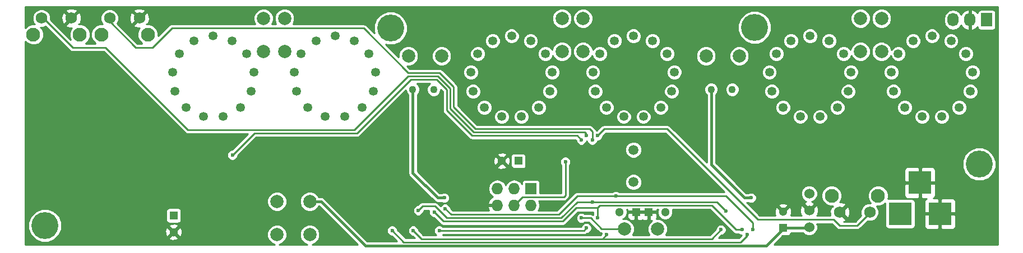
<source format=gbr>
G04 #@! TF.FileFunction,Copper,L2,Bot,Signal*
%FSLAX46Y46*%
G04 Gerber Fmt 4.6, Leading zero omitted, Abs format (unit mm)*
G04 Created by KiCad (PCBNEW 4.0.0-rc1-stable) date 11/15/2015 9:58:47 PM*
%MOMM*%
G01*
G04 APERTURE LIST*
%ADD10C,0.100000*%
%ADD11R,1.727200X1.727200*%
%ADD12O,1.727200X1.727200*%
%ADD13R,1.300000X1.300000*%
%ADD14C,1.300000*%
%ADD15C,1.346200*%
%ADD16C,1.107440*%
%ADD17C,1.501140*%
%ADD18C,1.524000*%
%ADD19C,1.998980*%
%ADD20R,3.500120X3.500120*%
%ADD21R,1.727200X2.032000*%
%ADD22O,1.727200X2.032000*%
%ADD23C,2.100000*%
%ADD24C,1.750000*%
%ADD25C,4.064000*%
%ADD26C,0.600000*%
%ADD27C,0.381000*%
%ADD28C,0.250000*%
%ADD29C,0.254000*%
G04 APERTURE END LIST*
D10*
D11*
X98806000Y-94996000D03*
D12*
X98806000Y-97536000D03*
X96266000Y-94996000D03*
X96266000Y-97536000D03*
X93726000Y-94996000D03*
X93726000Y-97536000D03*
D13*
X44831000Y-99060000D03*
D14*
X44831000Y-101560000D03*
D13*
X114681000Y-98552000D03*
D14*
X112181000Y-98552000D03*
D13*
X116586000Y-98552000D03*
D14*
X119086000Y-98552000D03*
D13*
X96901000Y-90805000D03*
D14*
X94401000Y-90805000D03*
D15*
X55892700Y-74589640D03*
X45707300Y-74589640D03*
X44655740Y-77360780D03*
X45013880Y-80299560D03*
X46695360Y-82737960D03*
X49319180Y-84114640D03*
X52280820Y-84114640D03*
X54904640Y-82737960D03*
X56586120Y-80299560D03*
X56944260Y-77360780D03*
X50800000Y-71917560D03*
X53675280Y-72626220D03*
X47924720Y-72626220D03*
X74307700Y-74589640D03*
X64122300Y-74589640D03*
X63070740Y-77360780D03*
X63428880Y-80299560D03*
X65110360Y-82737960D03*
X67734180Y-84114640D03*
X70695820Y-84114640D03*
X73319640Y-82737960D03*
X75001120Y-80299560D03*
X75359260Y-77360780D03*
X69215000Y-71917560D03*
X72090280Y-72626220D03*
X66339720Y-72626220D03*
X100977700Y-74589640D03*
X90792300Y-74589640D03*
X89740740Y-77360780D03*
X90098880Y-80299560D03*
X91780360Y-82737960D03*
X94404180Y-84114640D03*
X97365820Y-84114640D03*
X99989640Y-82737960D03*
X101671120Y-80299560D03*
X102029260Y-77360780D03*
X95885000Y-71917560D03*
X98760280Y-72626220D03*
X93009720Y-72626220D03*
D16*
X84137500Y-80010000D03*
X80962500Y-80010000D03*
D15*
X119392700Y-74589640D03*
X109207300Y-74589640D03*
X108155740Y-77360780D03*
X108513880Y-80299560D03*
X110195360Y-82737960D03*
X112819180Y-84114640D03*
X115780820Y-84114640D03*
X118404640Y-82737960D03*
X120086120Y-80299560D03*
X120444260Y-77360780D03*
X114300000Y-71917560D03*
X117175280Y-72626220D03*
X111424720Y-72626220D03*
X146062700Y-74589640D03*
X135877300Y-74589640D03*
X134825740Y-77360780D03*
X135183880Y-80299560D03*
X136865360Y-82737960D03*
X139489180Y-84114640D03*
X142450820Y-84114640D03*
X145074640Y-82737960D03*
X146756120Y-80299560D03*
X147114260Y-77360780D03*
X140970000Y-71917560D03*
X143845280Y-72626220D03*
X138094720Y-72626220D03*
X164477700Y-74589640D03*
X154292300Y-74589640D03*
X153240740Y-77360780D03*
X153598880Y-80299560D03*
X155280360Y-82737960D03*
X157904180Y-84114640D03*
X160865820Y-84114640D03*
X163489640Y-82737960D03*
X165171120Y-80299560D03*
X165529260Y-77360780D03*
X159385000Y-71917560D03*
X162260280Y-72626220D03*
X156509720Y-72626220D03*
D16*
X129222500Y-80010000D03*
X126047500Y-80010000D03*
D17*
X114300000Y-94007940D03*
X114300000Y-89126060D03*
D18*
X140843000Y-98298000D03*
X140843000Y-95758000D03*
X140843000Y-100838000D03*
D19*
X103505000Y-74254360D03*
X103505000Y-69253100D03*
X80304640Y-74930000D03*
X85305900Y-74930000D03*
X65405000Y-96941640D03*
X65405000Y-101942900D03*
X58420000Y-74254360D03*
X58420000Y-69253100D03*
X61595000Y-74254360D03*
X61595000Y-69253100D03*
X151765000Y-74254360D03*
X151765000Y-69253100D03*
X125262640Y-74930000D03*
X130263900Y-74930000D03*
X60452000Y-96941640D03*
X60452000Y-101942900D03*
X106680000Y-74254360D03*
X106680000Y-69253100D03*
X148590000Y-74254360D03*
X148590000Y-69253100D03*
D20*
X154581860Y-98806000D03*
X160581340Y-98806000D03*
X157581600Y-94107000D03*
D21*
X167640000Y-69469000D03*
D22*
X165100000Y-69469000D03*
X162560000Y-69469000D03*
D23*
X144227000Y-96062000D03*
D24*
X145487000Y-98552000D03*
X149987000Y-98552000D03*
D23*
X151237000Y-96062000D03*
X40939000Y-71705000D03*
D24*
X39679000Y-69215000D03*
X35179000Y-69215000D03*
D23*
X33929000Y-71705000D03*
X30652000Y-71705000D03*
D24*
X29392000Y-69215000D03*
X24892000Y-69215000D03*
D23*
X23642000Y-71705000D03*
D25*
X77597000Y-70739000D03*
X132588000Y-70612000D03*
X166497000Y-91313000D03*
X25400000Y-100584000D03*
D19*
X117942360Y-101092000D03*
X112941100Y-101092000D03*
D13*
X136906000Y-100965000D03*
D14*
X136906000Y-98465000D03*
D26*
X85725000Y-96393000D03*
X132080000Y-96393000D03*
X82550000Y-101346000D03*
X125857000Y-101092000D03*
X79375000Y-101346000D03*
X108693000Y-94380000D03*
X85852000Y-98044000D03*
X132334000Y-101219000D03*
X111633000Y-96139000D03*
X127508000Y-101219000D03*
X81026000Y-101346000D03*
X110236000Y-101981000D03*
X108839000Y-86995000D03*
X108077000Y-87630000D03*
X107188000Y-86995000D03*
X106426000Y-87630000D03*
X53721000Y-89916000D03*
X104013000Y-90932000D03*
X106426000Y-99441000D03*
X84963000Y-101346000D03*
X107188000Y-100965000D03*
X128270000Y-98425000D03*
X81788000Y-98298000D03*
X108077000Y-97028000D03*
X84201000Y-98552000D03*
X130683000Y-101219000D03*
X108839000Y-99441000D03*
X131445000Y-101981000D03*
X77851000Y-101346000D03*
D27*
X80962500Y-80010000D02*
X80962500Y-92646500D01*
X84709000Y-96393000D02*
X85725000Y-96393000D01*
X80962500Y-92646500D02*
X84709000Y-96393000D01*
X126047500Y-80010000D02*
X126047500Y-91376500D01*
X131064000Y-96393000D02*
X132080000Y-96393000D01*
X126047500Y-91376500D02*
X131064000Y-96393000D01*
X136906000Y-100965000D02*
X140716000Y-100965000D01*
X140716000Y-100965000D02*
X140843000Y-100838000D01*
X65405000Y-96941640D02*
X67096640Y-96941640D01*
X134366000Y-103632000D02*
X137033000Y-100965000D01*
X73787000Y-103632000D02*
X134366000Y-103632000D01*
X67096640Y-96941640D02*
X73787000Y-103632000D01*
D28*
X108693000Y-94380000D02*
X108712000Y-94361000D01*
X111633000Y-96139000D02*
X105791000Y-96139000D01*
X86741000Y-98933000D02*
X85852000Y-98044000D01*
X102997000Y-98933000D02*
X86741000Y-98933000D01*
X105791000Y-96139000D02*
X102997000Y-98933000D01*
X111633000Y-96139000D02*
X128270000Y-96139000D01*
X132334000Y-100203000D02*
X132334000Y-101219000D01*
X128270000Y-96139000D02*
X132334000Y-100203000D01*
X109474000Y-102616000D02*
X126111000Y-102616000D01*
X126111000Y-102616000D02*
X127508000Y-101219000D01*
X82296000Y-102616000D02*
X81026000Y-101346000D01*
X109601000Y-102616000D02*
X109474000Y-102616000D01*
X109474000Y-102616000D02*
X82296000Y-102616000D01*
X110236000Y-101981000D02*
X109601000Y-102616000D01*
X148082000Y-100584000D02*
X150114000Y-98552000D01*
X145415000Y-100584000D02*
X148082000Y-100584000D01*
X144526000Y-99695000D02*
X145415000Y-100584000D01*
X133096000Y-99695000D02*
X144526000Y-99695000D01*
X119380000Y-85979000D02*
X133096000Y-99695000D01*
X109855000Y-85979000D02*
X119380000Y-85979000D01*
X108839000Y-86995000D02*
X109855000Y-85979000D01*
X35179000Y-69215000D02*
X35179000Y-69723000D01*
X35179000Y-69723000D02*
X39116000Y-73660000D01*
X39116000Y-73660000D02*
X41656000Y-73660000D01*
X41656000Y-73660000D02*
X44577000Y-70739000D01*
X44577000Y-70739000D02*
X73533000Y-70739000D01*
X73533000Y-70739000D02*
X80264000Y-77470000D01*
X80264000Y-77470000D02*
X84963000Y-77470000D01*
X84963000Y-77470000D02*
X87122000Y-79629000D01*
X87122000Y-79629000D02*
X87122000Y-82677000D01*
X87122000Y-82677000D02*
X90424000Y-85979000D01*
X90424000Y-85979000D02*
X107696000Y-85979000D01*
X107696000Y-85979000D02*
X108077000Y-86360000D01*
X108077000Y-86360000D02*
X108077000Y-87630000D01*
X24892000Y-69215000D02*
X25146000Y-69215000D01*
X25146000Y-69215000D02*
X29591000Y-73660000D01*
X29591000Y-73660000D02*
X34544000Y-73660000D01*
X34544000Y-73660000D02*
X46990000Y-86106000D01*
X46990000Y-86106000D02*
X72136000Y-86106000D01*
X72136000Y-86106000D02*
X80264000Y-77978000D01*
X80264000Y-77978000D02*
X84709000Y-77978000D01*
X84709000Y-77978000D02*
X86614000Y-79883000D01*
X86614000Y-79883000D02*
X86614000Y-82931000D01*
X86614000Y-82931000D02*
X90170000Y-86487000D01*
X90170000Y-86487000D02*
X106934000Y-86487000D01*
X106934000Y-86487000D02*
X107188000Y-86741000D01*
X107188000Y-86741000D02*
X107188000Y-86995000D01*
X105791000Y-86995000D02*
X106426000Y-87630000D01*
X89916000Y-86995000D02*
X105791000Y-86995000D01*
X86106000Y-83185000D02*
X89916000Y-86995000D01*
X86106000Y-80011398D02*
X86106000Y-83185000D01*
X84580602Y-78486000D02*
X86106000Y-80011398D01*
X80645000Y-78486000D02*
X84580602Y-78486000D01*
X72517000Y-86614000D02*
X80645000Y-78486000D01*
X57023000Y-86614000D02*
X72517000Y-86614000D01*
X53721000Y-89916000D02*
X57023000Y-86614000D01*
X97536000Y-96266000D02*
X96266000Y-97536000D01*
X103759000Y-96266000D02*
X97536000Y-96266000D01*
X104013000Y-96012000D02*
X103759000Y-96266000D01*
X104013000Y-90932000D02*
X104013000Y-96012000D01*
X112941100Y-101092000D02*
X109474000Y-101092000D01*
X107823000Y-99441000D02*
X106426000Y-99441000D01*
X109474000Y-101092000D02*
X107823000Y-99441000D01*
X106807000Y-101346000D02*
X84963000Y-101346000D01*
X107188000Y-100965000D02*
X106807000Y-101346000D01*
X108077000Y-97028000D02*
X126873000Y-97028000D01*
X126873000Y-97028000D02*
X128270000Y-98425000D01*
X108077000Y-97028000D02*
X105791000Y-97028000D01*
X82423000Y-97663000D02*
X81788000Y-98298000D01*
X84328000Y-97663000D02*
X82423000Y-97663000D01*
X86106000Y-99441000D02*
X84328000Y-97663000D01*
X103378000Y-99441000D02*
X86106000Y-99441000D01*
X105791000Y-97028000D02*
X103378000Y-99441000D01*
X108839000Y-97917000D02*
X105664000Y-97917000D01*
X85598000Y-99949000D02*
X84201000Y-98552000D01*
X103632000Y-99949000D02*
X85598000Y-99949000D01*
X105664000Y-97917000D02*
X103632000Y-99949000D01*
X129794000Y-101219000D02*
X130683000Y-101219000D01*
X126111000Y-97536000D02*
X129794000Y-101219000D01*
X109220000Y-97536000D02*
X126111000Y-97536000D01*
X108839000Y-97917000D02*
X109220000Y-97536000D01*
X108839000Y-99441000D02*
X108839000Y-97917000D01*
X131445000Y-102108000D02*
X131445000Y-101981000D01*
X130436502Y-103116498D02*
X131445000Y-102108000D01*
X79621498Y-103116498D02*
X130436502Y-103116498D01*
X77851000Y-101346000D02*
X79621498Y-103116498D01*
D29*
G36*
X29143399Y-74107596D02*
X29143401Y-74107599D01*
X29348761Y-74244816D01*
X29591000Y-74293000D01*
X34281802Y-74293000D01*
X46542401Y-86553599D01*
X46747761Y-86690816D01*
X46990000Y-86739001D01*
X46990005Y-86739000D01*
X56002803Y-86739000D01*
X53633879Y-89107923D01*
X53560984Y-89107860D01*
X53263903Y-89230611D01*
X53036410Y-89457707D01*
X52913140Y-89754574D01*
X52912860Y-90076016D01*
X53035611Y-90373097D01*
X53262707Y-90600590D01*
X53559574Y-90723860D01*
X53881016Y-90724140D01*
X54178097Y-90601389D01*
X54405590Y-90374293D01*
X54528860Y-90077426D01*
X54528925Y-90003273D01*
X57285197Y-87247000D01*
X72516995Y-87247000D01*
X72517000Y-87247001D01*
X72759239Y-87198816D01*
X72964599Y-87061599D01*
X79900679Y-80125518D01*
X79900596Y-80220263D01*
X80061893Y-80610630D01*
X80264000Y-80813090D01*
X80264000Y-92646500D01*
X80317170Y-92913805D01*
X80468586Y-93140414D01*
X84215086Y-96886914D01*
X84441695Y-97038330D01*
X84709000Y-97091500D01*
X85300206Y-97091500D01*
X85563574Y-97200860D01*
X85885016Y-97201140D01*
X86182097Y-97078389D01*
X86409590Y-96851293D01*
X86532860Y-96554426D01*
X86533140Y-96232984D01*
X86410389Y-95935903D01*
X86183293Y-95708410D01*
X85886426Y-95585140D01*
X85564984Y-95584860D01*
X85299634Y-95694500D01*
X84998328Y-95694500D01*
X81661000Y-92357172D01*
X81661000Y-91704016D01*
X93681590Y-91704016D01*
X93737271Y-91934611D01*
X94220078Y-92102622D01*
X94730428Y-92073083D01*
X95064729Y-91934611D01*
X95120410Y-91704016D01*
X94401000Y-90984605D01*
X93681590Y-91704016D01*
X81661000Y-91704016D01*
X81661000Y-90624078D01*
X93103378Y-90624078D01*
X93132917Y-91134428D01*
X93271389Y-91468729D01*
X93501984Y-91524410D01*
X94221395Y-90805000D01*
X94580605Y-90805000D01*
X95300016Y-91524410D01*
X95530611Y-91468729D01*
X95698622Y-90985922D01*
X95669083Y-90475572D01*
X95536298Y-90155000D01*
X95733048Y-90155000D01*
X95733048Y-91455000D01*
X95768470Y-91643253D01*
X95879728Y-91816153D01*
X96049488Y-91932145D01*
X96251000Y-91972952D01*
X97551000Y-91972952D01*
X97739253Y-91937530D01*
X97912153Y-91826272D01*
X98028145Y-91656512D01*
X98068952Y-91455000D01*
X98068952Y-90155000D01*
X98033530Y-89966747D01*
X97922272Y-89793847D01*
X97752512Y-89677855D01*
X97551000Y-89637048D01*
X96251000Y-89637048D01*
X96062747Y-89672470D01*
X95889847Y-89783728D01*
X95773855Y-89953488D01*
X95733048Y-90155000D01*
X95536298Y-90155000D01*
X95530611Y-90141271D01*
X95300016Y-90085590D01*
X94580605Y-90805000D01*
X94221395Y-90805000D01*
X93501984Y-90085590D01*
X93271389Y-90141271D01*
X93103378Y-90624078D01*
X81661000Y-90624078D01*
X81661000Y-89905984D01*
X93681590Y-89905984D01*
X94401000Y-90625395D01*
X95120410Y-89905984D01*
X95064729Y-89675389D01*
X94581922Y-89507378D01*
X94071572Y-89536917D01*
X93737271Y-89675389D01*
X93681590Y-89905984D01*
X81661000Y-89905984D01*
X81661000Y-89375307D01*
X113041212Y-89375307D01*
X113232414Y-89838051D01*
X113586146Y-90192402D01*
X114048557Y-90384411D01*
X114549247Y-90384848D01*
X115011991Y-90193646D01*
X115366342Y-89839914D01*
X115558351Y-89377503D01*
X115558788Y-88876813D01*
X115367586Y-88414069D01*
X115013854Y-88059718D01*
X114551443Y-87867709D01*
X114050753Y-87867272D01*
X113588009Y-88058474D01*
X113233658Y-88412206D01*
X113041649Y-88874617D01*
X113041212Y-89375307D01*
X81661000Y-89375307D01*
X81661000Y-80812908D01*
X81862057Y-80612201D01*
X82024035Y-80222116D01*
X82024404Y-79799737D01*
X81863107Y-79409370D01*
X81573243Y-79119000D01*
X83527246Y-79119000D01*
X83237943Y-79407799D01*
X83075965Y-79797884D01*
X83075596Y-80220263D01*
X83236893Y-80610630D01*
X83535299Y-80909557D01*
X83925384Y-81071535D01*
X84347763Y-81071904D01*
X84738130Y-80910607D01*
X85037057Y-80612201D01*
X85199035Y-80222116D01*
X85199229Y-79999824D01*
X85473000Y-80273595D01*
X85473000Y-83184995D01*
X85472999Y-83185000D01*
X85521184Y-83427239D01*
X85658401Y-83632599D01*
X89468399Y-87442596D01*
X89468401Y-87442599D01*
X89673761Y-87579816D01*
X89713952Y-87587810D01*
X89916000Y-87628001D01*
X89916005Y-87628000D01*
X105528802Y-87628000D01*
X105617923Y-87717121D01*
X105617860Y-87790016D01*
X105740611Y-88087097D01*
X105967707Y-88314590D01*
X106264574Y-88437860D01*
X106586016Y-88438140D01*
X106883097Y-88315389D01*
X107110590Y-88088293D01*
X107229039Y-87803036D01*
X107274256Y-87803076D01*
X107391611Y-88087097D01*
X107618707Y-88314590D01*
X107915574Y-88437860D01*
X108237016Y-88438140D01*
X108534097Y-88315389D01*
X108761590Y-88088293D01*
X108880039Y-87803036D01*
X108999016Y-87803140D01*
X109296097Y-87680389D01*
X109523590Y-87453293D01*
X109646860Y-87156426D01*
X109646925Y-87082273D01*
X110117198Y-86612000D01*
X119117802Y-86612000D01*
X128011803Y-95506000D01*
X112142793Y-95506000D01*
X112091293Y-95454410D01*
X111794426Y-95331140D01*
X111472984Y-95330860D01*
X111175903Y-95453611D01*
X111123422Y-95506000D01*
X105791005Y-95506000D01*
X105791000Y-95505999D01*
X105588952Y-95546190D01*
X105548761Y-95554184D01*
X105343401Y-95691401D01*
X105343399Y-95691404D01*
X102734802Y-98300000D01*
X99931379Y-98300000D01*
X100073193Y-98087760D01*
X100177600Y-97562871D01*
X100177600Y-97509129D01*
X100073193Y-96984240D01*
X100016238Y-96899000D01*
X103758995Y-96899000D01*
X103759000Y-96899001D01*
X104001239Y-96850816D01*
X104206599Y-96713599D01*
X104460596Y-96459601D01*
X104460599Y-96459599D01*
X104597816Y-96254239D01*
X104646000Y-96012000D01*
X104646000Y-94257187D01*
X113041212Y-94257187D01*
X113232414Y-94719931D01*
X113586146Y-95074282D01*
X114048557Y-95266291D01*
X114549247Y-95266728D01*
X115011991Y-95075526D01*
X115366342Y-94721794D01*
X115558351Y-94259383D01*
X115558788Y-93758693D01*
X115367586Y-93295949D01*
X115013854Y-92941598D01*
X114551443Y-92749589D01*
X114050753Y-92749152D01*
X113588009Y-92940354D01*
X113233658Y-93294086D01*
X113041649Y-93756497D01*
X113041212Y-94257187D01*
X104646000Y-94257187D01*
X104646000Y-91441793D01*
X104697590Y-91390293D01*
X104820860Y-91093426D01*
X104821140Y-90771984D01*
X104698389Y-90474903D01*
X104471293Y-90247410D01*
X104174426Y-90124140D01*
X103852984Y-90123860D01*
X103555903Y-90246611D01*
X103328410Y-90473707D01*
X103205140Y-90770574D01*
X103204860Y-91092016D01*
X103327611Y-91389097D01*
X103380000Y-91441578D01*
X103380000Y-95633000D01*
X100187552Y-95633000D01*
X100187552Y-94132400D01*
X100152130Y-93944147D01*
X100040872Y-93771247D01*
X99871112Y-93655255D01*
X99669600Y-93614448D01*
X97942400Y-93614448D01*
X97754147Y-93649870D01*
X97581247Y-93761128D01*
X97465255Y-93930888D01*
X97424448Y-94132400D01*
X97424448Y-94281491D01*
X97235868Y-93999261D01*
X96790889Y-93701936D01*
X96266000Y-93597529D01*
X95741111Y-93701936D01*
X95296132Y-93999261D01*
X94998807Y-94444240D01*
X94996000Y-94458352D01*
X94993193Y-94444240D01*
X94695868Y-93999261D01*
X94250889Y-93701936D01*
X93726000Y-93597529D01*
X93201111Y-93701936D01*
X92756132Y-93999261D01*
X92458807Y-94444240D01*
X92354400Y-94969129D01*
X92354400Y-95022871D01*
X92458807Y-95547760D01*
X92756132Y-95992739D01*
X93071466Y-96203438D01*
X92951053Y-96253312D01*
X92519179Y-96647510D01*
X92271032Y-97176973D01*
X92391531Y-97409000D01*
X93599000Y-97409000D01*
X93599000Y-97389000D01*
X93853000Y-97389000D01*
X93853000Y-97409000D01*
X93873000Y-97409000D01*
X93873000Y-97663000D01*
X93853000Y-97663000D01*
X93853000Y-97683000D01*
X93599000Y-97683000D01*
X93599000Y-97663000D01*
X92391531Y-97663000D01*
X92271032Y-97895027D01*
X92460833Y-98300000D01*
X87003197Y-98300000D01*
X86660077Y-97956879D01*
X86660140Y-97883984D01*
X86537389Y-97586903D01*
X86310293Y-97359410D01*
X86013426Y-97236140D01*
X85691984Y-97235860D01*
X85394903Y-97358611D01*
X85167410Y-97585707D01*
X85161100Y-97600902D01*
X84775599Y-97215401D01*
X84570239Y-97078184D01*
X84328000Y-97029999D01*
X84327995Y-97030000D01*
X82423005Y-97030000D01*
X82423000Y-97029999D01*
X82220952Y-97070190D01*
X82180761Y-97078184D01*
X81975401Y-97215401D01*
X81975399Y-97215404D01*
X81700879Y-97489923D01*
X81627984Y-97489860D01*
X81330903Y-97612611D01*
X81103410Y-97839707D01*
X80980140Y-98136574D01*
X80979860Y-98458016D01*
X81102611Y-98755097D01*
X81329707Y-98982590D01*
X81626574Y-99105860D01*
X81948016Y-99106140D01*
X82245097Y-98983389D01*
X82472590Y-98756293D01*
X82595860Y-98459426D01*
X82595925Y-98385273D01*
X82685197Y-98296000D01*
X83432411Y-98296000D01*
X83393140Y-98390574D01*
X83392860Y-98712016D01*
X83515611Y-99009097D01*
X83742707Y-99236590D01*
X84039574Y-99359860D01*
X84113727Y-99359925D01*
X85150399Y-100396596D01*
X85150401Y-100396599D01*
X85355761Y-100533816D01*
X85598000Y-100582000D01*
X103631995Y-100582000D01*
X103632000Y-100582001D01*
X103874239Y-100533816D01*
X104079599Y-100396599D01*
X105926198Y-98550000D01*
X108206000Y-98550000D01*
X108206000Y-98931207D01*
X108194580Y-98942607D01*
X108065239Y-98856184D01*
X107823000Y-98807999D01*
X107822995Y-98808000D01*
X106935793Y-98808000D01*
X106884293Y-98756410D01*
X106587426Y-98633140D01*
X106265984Y-98632860D01*
X105968903Y-98755611D01*
X105741410Y-98982707D01*
X105618140Y-99279574D01*
X105617860Y-99601016D01*
X105740611Y-99898097D01*
X105967707Y-100125590D01*
X106264574Y-100248860D01*
X106586016Y-100249140D01*
X106883097Y-100126389D01*
X106935578Y-100074000D01*
X107560802Y-100074000D01*
X109026399Y-101539596D01*
X109026401Y-101539599D01*
X109231761Y-101676816D01*
X109271952Y-101684810D01*
X109467913Y-101723790D01*
X109428140Y-101819574D01*
X109428075Y-101893727D01*
X109338802Y-101983000D01*
X85468571Y-101983000D01*
X85472578Y-101979000D01*
X106806995Y-101979000D01*
X106807000Y-101979001D01*
X107049239Y-101930816D01*
X107254599Y-101793599D01*
X107275121Y-101773077D01*
X107348016Y-101773140D01*
X107645097Y-101650389D01*
X107872590Y-101423293D01*
X107995860Y-101126426D01*
X107996140Y-100804984D01*
X107873389Y-100507903D01*
X107646293Y-100280410D01*
X107349426Y-100157140D01*
X107027984Y-100156860D01*
X106730903Y-100279611D01*
X106503410Y-100506707D01*
X106417750Y-100713000D01*
X85472793Y-100713000D01*
X85421293Y-100661410D01*
X85124426Y-100538140D01*
X84802984Y-100537860D01*
X84505903Y-100660611D01*
X84278410Y-100887707D01*
X84155140Y-101184574D01*
X84154860Y-101506016D01*
X84277611Y-101803097D01*
X84457200Y-101983000D01*
X82558197Y-101983000D01*
X81834077Y-101258879D01*
X81834140Y-101185984D01*
X81711389Y-100888903D01*
X81484293Y-100661410D01*
X81187426Y-100538140D01*
X80865984Y-100537860D01*
X80568903Y-100660611D01*
X80341410Y-100887707D01*
X80218140Y-101184574D01*
X80217860Y-101506016D01*
X80340611Y-101803097D01*
X80567707Y-102030590D01*
X80864574Y-102153860D01*
X80938727Y-102153925D01*
X81268301Y-102483498D01*
X79883695Y-102483498D01*
X78659077Y-101258879D01*
X78659140Y-101185984D01*
X78536389Y-100888903D01*
X78309293Y-100661410D01*
X78012426Y-100538140D01*
X77690984Y-100537860D01*
X77393903Y-100660611D01*
X77166410Y-100887707D01*
X77043140Y-101184574D01*
X77042860Y-101506016D01*
X77165611Y-101803097D01*
X77392707Y-102030590D01*
X77689574Y-102153860D01*
X77763727Y-102153925D01*
X78543303Y-102933500D01*
X74076328Y-102933500D01*
X67590554Y-96447726D01*
X67363945Y-96296310D01*
X67096640Y-96243140D01*
X66747492Y-96243140D01*
X66683733Y-96088831D01*
X66260039Y-95664398D01*
X65706174Y-95434413D01*
X65106457Y-95433889D01*
X64552191Y-95662907D01*
X64127758Y-96086601D01*
X63897773Y-96640466D01*
X63897249Y-97240183D01*
X64126267Y-97794449D01*
X64549961Y-98218882D01*
X65103826Y-98448867D01*
X65703543Y-98449391D01*
X66257809Y-98220373D01*
X66682242Y-97796679D01*
X66747243Y-97640140D01*
X66807312Y-97640140D01*
X72597172Y-103430000D01*
X65753522Y-103430000D01*
X66257809Y-103221633D01*
X66682242Y-102797939D01*
X66912227Y-102244074D01*
X66912751Y-101644357D01*
X66683733Y-101090091D01*
X66260039Y-100665658D01*
X65706174Y-100435673D01*
X65106457Y-100435149D01*
X64552191Y-100664167D01*
X64127758Y-101087861D01*
X63897773Y-101641726D01*
X63897249Y-102241443D01*
X64126267Y-102795709D01*
X64549961Y-103220142D01*
X65055355Y-103430000D01*
X60800522Y-103430000D01*
X61304809Y-103221633D01*
X61729242Y-102797939D01*
X61959227Y-102244074D01*
X61959751Y-101644357D01*
X61730733Y-101090091D01*
X61307039Y-100665658D01*
X60753174Y-100435673D01*
X60153457Y-100435149D01*
X59599191Y-100664167D01*
X59174758Y-101087861D01*
X58944773Y-101641726D01*
X58944249Y-102241443D01*
X59173267Y-102795709D01*
X59596961Y-103220142D01*
X60102355Y-103430000D01*
X22427000Y-103430000D01*
X22427000Y-101087021D01*
X22859560Y-101087021D01*
X23245437Y-102020915D01*
X23959327Y-102736052D01*
X24892546Y-103123559D01*
X25903021Y-103124440D01*
X26836915Y-102738563D01*
X27116950Y-102459016D01*
X44111590Y-102459016D01*
X44167271Y-102689611D01*
X44650078Y-102857622D01*
X45160428Y-102828083D01*
X45494729Y-102689611D01*
X45550410Y-102459016D01*
X44831000Y-101739605D01*
X44111590Y-102459016D01*
X27116950Y-102459016D01*
X27552052Y-102024673D01*
X27820126Y-101379078D01*
X43533378Y-101379078D01*
X43562917Y-101889428D01*
X43701389Y-102223729D01*
X43931984Y-102279410D01*
X44651395Y-101560000D01*
X45010605Y-101560000D01*
X45730016Y-102279410D01*
X45960611Y-102223729D01*
X46128622Y-101740922D01*
X46099083Y-101230572D01*
X45960611Y-100896271D01*
X45730016Y-100840590D01*
X45010605Y-101560000D01*
X44651395Y-101560000D01*
X43931984Y-100840590D01*
X43701389Y-100896271D01*
X43533378Y-101379078D01*
X27820126Y-101379078D01*
X27939559Y-101091454D01*
X27939934Y-100660984D01*
X44111590Y-100660984D01*
X44831000Y-101380395D01*
X45550410Y-100660984D01*
X45494729Y-100430389D01*
X45011922Y-100262378D01*
X44501572Y-100291917D01*
X44167271Y-100430389D01*
X44111590Y-100660984D01*
X27939934Y-100660984D01*
X27940440Y-100080979D01*
X27554563Y-99147085D01*
X26840673Y-98431948D01*
X26787817Y-98410000D01*
X43663048Y-98410000D01*
X43663048Y-99710000D01*
X43698470Y-99898253D01*
X43809728Y-100071153D01*
X43979488Y-100187145D01*
X44181000Y-100227952D01*
X45481000Y-100227952D01*
X45669253Y-100192530D01*
X45842153Y-100081272D01*
X45958145Y-99911512D01*
X45998952Y-99710000D01*
X45998952Y-98410000D01*
X45963530Y-98221747D01*
X45852272Y-98048847D01*
X45682512Y-97932855D01*
X45481000Y-97892048D01*
X44181000Y-97892048D01*
X43992747Y-97927470D01*
X43819847Y-98038728D01*
X43703855Y-98208488D01*
X43663048Y-98410000D01*
X26787817Y-98410000D01*
X25907454Y-98044441D01*
X24896979Y-98043560D01*
X23963085Y-98429437D01*
X23247948Y-99143327D01*
X22860441Y-100076546D01*
X22859560Y-101087021D01*
X22427000Y-101087021D01*
X22427000Y-97240183D01*
X58944249Y-97240183D01*
X59173267Y-97794449D01*
X59596961Y-98218882D01*
X60150826Y-98448867D01*
X60750543Y-98449391D01*
X61304809Y-98220373D01*
X61729242Y-97796679D01*
X61959227Y-97242814D01*
X61959751Y-96643097D01*
X61730733Y-96088831D01*
X61307039Y-95664398D01*
X60753174Y-95434413D01*
X60153457Y-95433889D01*
X59599191Y-95662907D01*
X59174758Y-96086601D01*
X58944773Y-96640466D01*
X58944249Y-97240183D01*
X22427000Y-97240183D01*
X22427000Y-72693147D01*
X22758312Y-73025038D01*
X23330735Y-73262729D01*
X23950546Y-73263270D01*
X24523383Y-73026578D01*
X24962038Y-72588688D01*
X25199729Y-72016265D01*
X25200270Y-71396454D01*
X24963578Y-70823617D01*
X24738222Y-70597867D01*
X25165889Y-70598240D01*
X25497162Y-70461360D01*
X29143399Y-74107596D01*
X29143399Y-74107596D01*
G37*
X29143399Y-74107596D02*
X29143401Y-74107599D01*
X29348761Y-74244816D01*
X29591000Y-74293000D01*
X34281802Y-74293000D01*
X46542401Y-86553599D01*
X46747761Y-86690816D01*
X46990000Y-86739001D01*
X46990005Y-86739000D01*
X56002803Y-86739000D01*
X53633879Y-89107923D01*
X53560984Y-89107860D01*
X53263903Y-89230611D01*
X53036410Y-89457707D01*
X52913140Y-89754574D01*
X52912860Y-90076016D01*
X53035611Y-90373097D01*
X53262707Y-90600590D01*
X53559574Y-90723860D01*
X53881016Y-90724140D01*
X54178097Y-90601389D01*
X54405590Y-90374293D01*
X54528860Y-90077426D01*
X54528925Y-90003273D01*
X57285197Y-87247000D01*
X72516995Y-87247000D01*
X72517000Y-87247001D01*
X72759239Y-87198816D01*
X72964599Y-87061599D01*
X79900679Y-80125518D01*
X79900596Y-80220263D01*
X80061893Y-80610630D01*
X80264000Y-80813090D01*
X80264000Y-92646500D01*
X80317170Y-92913805D01*
X80468586Y-93140414D01*
X84215086Y-96886914D01*
X84441695Y-97038330D01*
X84709000Y-97091500D01*
X85300206Y-97091500D01*
X85563574Y-97200860D01*
X85885016Y-97201140D01*
X86182097Y-97078389D01*
X86409590Y-96851293D01*
X86532860Y-96554426D01*
X86533140Y-96232984D01*
X86410389Y-95935903D01*
X86183293Y-95708410D01*
X85886426Y-95585140D01*
X85564984Y-95584860D01*
X85299634Y-95694500D01*
X84998328Y-95694500D01*
X81661000Y-92357172D01*
X81661000Y-91704016D01*
X93681590Y-91704016D01*
X93737271Y-91934611D01*
X94220078Y-92102622D01*
X94730428Y-92073083D01*
X95064729Y-91934611D01*
X95120410Y-91704016D01*
X94401000Y-90984605D01*
X93681590Y-91704016D01*
X81661000Y-91704016D01*
X81661000Y-90624078D01*
X93103378Y-90624078D01*
X93132917Y-91134428D01*
X93271389Y-91468729D01*
X93501984Y-91524410D01*
X94221395Y-90805000D01*
X94580605Y-90805000D01*
X95300016Y-91524410D01*
X95530611Y-91468729D01*
X95698622Y-90985922D01*
X95669083Y-90475572D01*
X95536298Y-90155000D01*
X95733048Y-90155000D01*
X95733048Y-91455000D01*
X95768470Y-91643253D01*
X95879728Y-91816153D01*
X96049488Y-91932145D01*
X96251000Y-91972952D01*
X97551000Y-91972952D01*
X97739253Y-91937530D01*
X97912153Y-91826272D01*
X98028145Y-91656512D01*
X98068952Y-91455000D01*
X98068952Y-90155000D01*
X98033530Y-89966747D01*
X97922272Y-89793847D01*
X97752512Y-89677855D01*
X97551000Y-89637048D01*
X96251000Y-89637048D01*
X96062747Y-89672470D01*
X95889847Y-89783728D01*
X95773855Y-89953488D01*
X95733048Y-90155000D01*
X95536298Y-90155000D01*
X95530611Y-90141271D01*
X95300016Y-90085590D01*
X94580605Y-90805000D01*
X94221395Y-90805000D01*
X93501984Y-90085590D01*
X93271389Y-90141271D01*
X93103378Y-90624078D01*
X81661000Y-90624078D01*
X81661000Y-89905984D01*
X93681590Y-89905984D01*
X94401000Y-90625395D01*
X95120410Y-89905984D01*
X95064729Y-89675389D01*
X94581922Y-89507378D01*
X94071572Y-89536917D01*
X93737271Y-89675389D01*
X93681590Y-89905984D01*
X81661000Y-89905984D01*
X81661000Y-89375307D01*
X113041212Y-89375307D01*
X113232414Y-89838051D01*
X113586146Y-90192402D01*
X114048557Y-90384411D01*
X114549247Y-90384848D01*
X115011991Y-90193646D01*
X115366342Y-89839914D01*
X115558351Y-89377503D01*
X115558788Y-88876813D01*
X115367586Y-88414069D01*
X115013854Y-88059718D01*
X114551443Y-87867709D01*
X114050753Y-87867272D01*
X113588009Y-88058474D01*
X113233658Y-88412206D01*
X113041649Y-88874617D01*
X113041212Y-89375307D01*
X81661000Y-89375307D01*
X81661000Y-80812908D01*
X81862057Y-80612201D01*
X82024035Y-80222116D01*
X82024404Y-79799737D01*
X81863107Y-79409370D01*
X81573243Y-79119000D01*
X83527246Y-79119000D01*
X83237943Y-79407799D01*
X83075965Y-79797884D01*
X83075596Y-80220263D01*
X83236893Y-80610630D01*
X83535299Y-80909557D01*
X83925384Y-81071535D01*
X84347763Y-81071904D01*
X84738130Y-80910607D01*
X85037057Y-80612201D01*
X85199035Y-80222116D01*
X85199229Y-79999824D01*
X85473000Y-80273595D01*
X85473000Y-83184995D01*
X85472999Y-83185000D01*
X85521184Y-83427239D01*
X85658401Y-83632599D01*
X89468399Y-87442596D01*
X89468401Y-87442599D01*
X89673761Y-87579816D01*
X89713952Y-87587810D01*
X89916000Y-87628001D01*
X89916005Y-87628000D01*
X105528802Y-87628000D01*
X105617923Y-87717121D01*
X105617860Y-87790016D01*
X105740611Y-88087097D01*
X105967707Y-88314590D01*
X106264574Y-88437860D01*
X106586016Y-88438140D01*
X106883097Y-88315389D01*
X107110590Y-88088293D01*
X107229039Y-87803036D01*
X107274256Y-87803076D01*
X107391611Y-88087097D01*
X107618707Y-88314590D01*
X107915574Y-88437860D01*
X108237016Y-88438140D01*
X108534097Y-88315389D01*
X108761590Y-88088293D01*
X108880039Y-87803036D01*
X108999016Y-87803140D01*
X109296097Y-87680389D01*
X109523590Y-87453293D01*
X109646860Y-87156426D01*
X109646925Y-87082273D01*
X110117198Y-86612000D01*
X119117802Y-86612000D01*
X128011803Y-95506000D01*
X112142793Y-95506000D01*
X112091293Y-95454410D01*
X111794426Y-95331140D01*
X111472984Y-95330860D01*
X111175903Y-95453611D01*
X111123422Y-95506000D01*
X105791005Y-95506000D01*
X105791000Y-95505999D01*
X105588952Y-95546190D01*
X105548761Y-95554184D01*
X105343401Y-95691401D01*
X105343399Y-95691404D01*
X102734802Y-98300000D01*
X99931379Y-98300000D01*
X100073193Y-98087760D01*
X100177600Y-97562871D01*
X100177600Y-97509129D01*
X100073193Y-96984240D01*
X100016238Y-96899000D01*
X103758995Y-96899000D01*
X103759000Y-96899001D01*
X104001239Y-96850816D01*
X104206599Y-96713599D01*
X104460596Y-96459601D01*
X104460599Y-96459599D01*
X104597816Y-96254239D01*
X104646000Y-96012000D01*
X104646000Y-94257187D01*
X113041212Y-94257187D01*
X113232414Y-94719931D01*
X113586146Y-95074282D01*
X114048557Y-95266291D01*
X114549247Y-95266728D01*
X115011991Y-95075526D01*
X115366342Y-94721794D01*
X115558351Y-94259383D01*
X115558788Y-93758693D01*
X115367586Y-93295949D01*
X115013854Y-92941598D01*
X114551443Y-92749589D01*
X114050753Y-92749152D01*
X113588009Y-92940354D01*
X113233658Y-93294086D01*
X113041649Y-93756497D01*
X113041212Y-94257187D01*
X104646000Y-94257187D01*
X104646000Y-91441793D01*
X104697590Y-91390293D01*
X104820860Y-91093426D01*
X104821140Y-90771984D01*
X104698389Y-90474903D01*
X104471293Y-90247410D01*
X104174426Y-90124140D01*
X103852984Y-90123860D01*
X103555903Y-90246611D01*
X103328410Y-90473707D01*
X103205140Y-90770574D01*
X103204860Y-91092016D01*
X103327611Y-91389097D01*
X103380000Y-91441578D01*
X103380000Y-95633000D01*
X100187552Y-95633000D01*
X100187552Y-94132400D01*
X100152130Y-93944147D01*
X100040872Y-93771247D01*
X99871112Y-93655255D01*
X99669600Y-93614448D01*
X97942400Y-93614448D01*
X97754147Y-93649870D01*
X97581247Y-93761128D01*
X97465255Y-93930888D01*
X97424448Y-94132400D01*
X97424448Y-94281491D01*
X97235868Y-93999261D01*
X96790889Y-93701936D01*
X96266000Y-93597529D01*
X95741111Y-93701936D01*
X95296132Y-93999261D01*
X94998807Y-94444240D01*
X94996000Y-94458352D01*
X94993193Y-94444240D01*
X94695868Y-93999261D01*
X94250889Y-93701936D01*
X93726000Y-93597529D01*
X93201111Y-93701936D01*
X92756132Y-93999261D01*
X92458807Y-94444240D01*
X92354400Y-94969129D01*
X92354400Y-95022871D01*
X92458807Y-95547760D01*
X92756132Y-95992739D01*
X93071466Y-96203438D01*
X92951053Y-96253312D01*
X92519179Y-96647510D01*
X92271032Y-97176973D01*
X92391531Y-97409000D01*
X93599000Y-97409000D01*
X93599000Y-97389000D01*
X93853000Y-97389000D01*
X93853000Y-97409000D01*
X93873000Y-97409000D01*
X93873000Y-97663000D01*
X93853000Y-97663000D01*
X93853000Y-97683000D01*
X93599000Y-97683000D01*
X93599000Y-97663000D01*
X92391531Y-97663000D01*
X92271032Y-97895027D01*
X92460833Y-98300000D01*
X87003197Y-98300000D01*
X86660077Y-97956879D01*
X86660140Y-97883984D01*
X86537389Y-97586903D01*
X86310293Y-97359410D01*
X86013426Y-97236140D01*
X85691984Y-97235860D01*
X85394903Y-97358611D01*
X85167410Y-97585707D01*
X85161100Y-97600902D01*
X84775599Y-97215401D01*
X84570239Y-97078184D01*
X84328000Y-97029999D01*
X84327995Y-97030000D01*
X82423005Y-97030000D01*
X82423000Y-97029999D01*
X82220952Y-97070190D01*
X82180761Y-97078184D01*
X81975401Y-97215401D01*
X81975399Y-97215404D01*
X81700879Y-97489923D01*
X81627984Y-97489860D01*
X81330903Y-97612611D01*
X81103410Y-97839707D01*
X80980140Y-98136574D01*
X80979860Y-98458016D01*
X81102611Y-98755097D01*
X81329707Y-98982590D01*
X81626574Y-99105860D01*
X81948016Y-99106140D01*
X82245097Y-98983389D01*
X82472590Y-98756293D01*
X82595860Y-98459426D01*
X82595925Y-98385273D01*
X82685197Y-98296000D01*
X83432411Y-98296000D01*
X83393140Y-98390574D01*
X83392860Y-98712016D01*
X83515611Y-99009097D01*
X83742707Y-99236590D01*
X84039574Y-99359860D01*
X84113727Y-99359925D01*
X85150399Y-100396596D01*
X85150401Y-100396599D01*
X85355761Y-100533816D01*
X85598000Y-100582000D01*
X103631995Y-100582000D01*
X103632000Y-100582001D01*
X103874239Y-100533816D01*
X104079599Y-100396599D01*
X105926198Y-98550000D01*
X108206000Y-98550000D01*
X108206000Y-98931207D01*
X108194580Y-98942607D01*
X108065239Y-98856184D01*
X107823000Y-98807999D01*
X107822995Y-98808000D01*
X106935793Y-98808000D01*
X106884293Y-98756410D01*
X106587426Y-98633140D01*
X106265984Y-98632860D01*
X105968903Y-98755611D01*
X105741410Y-98982707D01*
X105618140Y-99279574D01*
X105617860Y-99601016D01*
X105740611Y-99898097D01*
X105967707Y-100125590D01*
X106264574Y-100248860D01*
X106586016Y-100249140D01*
X106883097Y-100126389D01*
X106935578Y-100074000D01*
X107560802Y-100074000D01*
X109026399Y-101539596D01*
X109026401Y-101539599D01*
X109231761Y-101676816D01*
X109271952Y-101684810D01*
X109467913Y-101723790D01*
X109428140Y-101819574D01*
X109428075Y-101893727D01*
X109338802Y-101983000D01*
X85468571Y-101983000D01*
X85472578Y-101979000D01*
X106806995Y-101979000D01*
X106807000Y-101979001D01*
X107049239Y-101930816D01*
X107254599Y-101793599D01*
X107275121Y-101773077D01*
X107348016Y-101773140D01*
X107645097Y-101650389D01*
X107872590Y-101423293D01*
X107995860Y-101126426D01*
X107996140Y-100804984D01*
X107873389Y-100507903D01*
X107646293Y-100280410D01*
X107349426Y-100157140D01*
X107027984Y-100156860D01*
X106730903Y-100279611D01*
X106503410Y-100506707D01*
X106417750Y-100713000D01*
X85472793Y-100713000D01*
X85421293Y-100661410D01*
X85124426Y-100538140D01*
X84802984Y-100537860D01*
X84505903Y-100660611D01*
X84278410Y-100887707D01*
X84155140Y-101184574D01*
X84154860Y-101506016D01*
X84277611Y-101803097D01*
X84457200Y-101983000D01*
X82558197Y-101983000D01*
X81834077Y-101258879D01*
X81834140Y-101185984D01*
X81711389Y-100888903D01*
X81484293Y-100661410D01*
X81187426Y-100538140D01*
X80865984Y-100537860D01*
X80568903Y-100660611D01*
X80341410Y-100887707D01*
X80218140Y-101184574D01*
X80217860Y-101506016D01*
X80340611Y-101803097D01*
X80567707Y-102030590D01*
X80864574Y-102153860D01*
X80938727Y-102153925D01*
X81268301Y-102483498D01*
X79883695Y-102483498D01*
X78659077Y-101258879D01*
X78659140Y-101185984D01*
X78536389Y-100888903D01*
X78309293Y-100661410D01*
X78012426Y-100538140D01*
X77690984Y-100537860D01*
X77393903Y-100660611D01*
X77166410Y-100887707D01*
X77043140Y-101184574D01*
X77042860Y-101506016D01*
X77165611Y-101803097D01*
X77392707Y-102030590D01*
X77689574Y-102153860D01*
X77763727Y-102153925D01*
X78543303Y-102933500D01*
X74076328Y-102933500D01*
X67590554Y-96447726D01*
X67363945Y-96296310D01*
X67096640Y-96243140D01*
X66747492Y-96243140D01*
X66683733Y-96088831D01*
X66260039Y-95664398D01*
X65706174Y-95434413D01*
X65106457Y-95433889D01*
X64552191Y-95662907D01*
X64127758Y-96086601D01*
X63897773Y-96640466D01*
X63897249Y-97240183D01*
X64126267Y-97794449D01*
X64549961Y-98218882D01*
X65103826Y-98448867D01*
X65703543Y-98449391D01*
X66257809Y-98220373D01*
X66682242Y-97796679D01*
X66747243Y-97640140D01*
X66807312Y-97640140D01*
X72597172Y-103430000D01*
X65753522Y-103430000D01*
X66257809Y-103221633D01*
X66682242Y-102797939D01*
X66912227Y-102244074D01*
X66912751Y-101644357D01*
X66683733Y-101090091D01*
X66260039Y-100665658D01*
X65706174Y-100435673D01*
X65106457Y-100435149D01*
X64552191Y-100664167D01*
X64127758Y-101087861D01*
X63897773Y-101641726D01*
X63897249Y-102241443D01*
X64126267Y-102795709D01*
X64549961Y-103220142D01*
X65055355Y-103430000D01*
X60800522Y-103430000D01*
X61304809Y-103221633D01*
X61729242Y-102797939D01*
X61959227Y-102244074D01*
X61959751Y-101644357D01*
X61730733Y-101090091D01*
X61307039Y-100665658D01*
X60753174Y-100435673D01*
X60153457Y-100435149D01*
X59599191Y-100664167D01*
X59174758Y-101087861D01*
X58944773Y-101641726D01*
X58944249Y-102241443D01*
X59173267Y-102795709D01*
X59596961Y-103220142D01*
X60102355Y-103430000D01*
X22427000Y-103430000D01*
X22427000Y-101087021D01*
X22859560Y-101087021D01*
X23245437Y-102020915D01*
X23959327Y-102736052D01*
X24892546Y-103123559D01*
X25903021Y-103124440D01*
X26836915Y-102738563D01*
X27116950Y-102459016D01*
X44111590Y-102459016D01*
X44167271Y-102689611D01*
X44650078Y-102857622D01*
X45160428Y-102828083D01*
X45494729Y-102689611D01*
X45550410Y-102459016D01*
X44831000Y-101739605D01*
X44111590Y-102459016D01*
X27116950Y-102459016D01*
X27552052Y-102024673D01*
X27820126Y-101379078D01*
X43533378Y-101379078D01*
X43562917Y-101889428D01*
X43701389Y-102223729D01*
X43931984Y-102279410D01*
X44651395Y-101560000D01*
X45010605Y-101560000D01*
X45730016Y-102279410D01*
X45960611Y-102223729D01*
X46128622Y-101740922D01*
X46099083Y-101230572D01*
X45960611Y-100896271D01*
X45730016Y-100840590D01*
X45010605Y-101560000D01*
X44651395Y-101560000D01*
X43931984Y-100840590D01*
X43701389Y-100896271D01*
X43533378Y-101379078D01*
X27820126Y-101379078D01*
X27939559Y-101091454D01*
X27939934Y-100660984D01*
X44111590Y-100660984D01*
X44831000Y-101380395D01*
X45550410Y-100660984D01*
X45494729Y-100430389D01*
X45011922Y-100262378D01*
X44501572Y-100291917D01*
X44167271Y-100430389D01*
X44111590Y-100660984D01*
X27939934Y-100660984D01*
X27940440Y-100080979D01*
X27554563Y-99147085D01*
X26840673Y-98431948D01*
X26787817Y-98410000D01*
X43663048Y-98410000D01*
X43663048Y-99710000D01*
X43698470Y-99898253D01*
X43809728Y-100071153D01*
X43979488Y-100187145D01*
X44181000Y-100227952D01*
X45481000Y-100227952D01*
X45669253Y-100192530D01*
X45842153Y-100081272D01*
X45958145Y-99911512D01*
X45998952Y-99710000D01*
X45998952Y-98410000D01*
X45963530Y-98221747D01*
X45852272Y-98048847D01*
X45682512Y-97932855D01*
X45481000Y-97892048D01*
X44181000Y-97892048D01*
X43992747Y-97927470D01*
X43819847Y-98038728D01*
X43703855Y-98208488D01*
X43663048Y-98410000D01*
X26787817Y-98410000D01*
X25907454Y-98044441D01*
X24896979Y-98043560D01*
X23963085Y-98429437D01*
X23247948Y-99143327D01*
X22860441Y-100076546D01*
X22859560Y-101087021D01*
X22427000Y-101087021D01*
X22427000Y-97240183D01*
X58944249Y-97240183D01*
X59173267Y-97794449D01*
X59596961Y-98218882D01*
X60150826Y-98448867D01*
X60750543Y-98449391D01*
X61304809Y-98220373D01*
X61729242Y-97796679D01*
X61959227Y-97242814D01*
X61959751Y-96643097D01*
X61730733Y-96088831D01*
X61307039Y-95664398D01*
X60753174Y-95434413D01*
X60153457Y-95433889D01*
X59599191Y-95662907D01*
X59174758Y-96086601D01*
X58944773Y-96640466D01*
X58944249Y-97240183D01*
X22427000Y-97240183D01*
X22427000Y-72693147D01*
X22758312Y-73025038D01*
X23330735Y-73262729D01*
X23950546Y-73263270D01*
X24523383Y-73026578D01*
X24962038Y-72588688D01*
X25199729Y-72016265D01*
X25200270Y-71396454D01*
X24963578Y-70823617D01*
X24738222Y-70597867D01*
X25165889Y-70598240D01*
X25497162Y-70461360D01*
X29143399Y-74107596D01*
G36*
X169343000Y-103430000D02*
X135555828Y-103430000D01*
X136852876Y-102132952D01*
X137556000Y-102132952D01*
X137744253Y-102097530D01*
X137917153Y-101986272D01*
X138033145Y-101816512D01*
X138064131Y-101663500D01*
X139872573Y-101663500D01*
X140122663Y-101914026D01*
X140589273Y-102107779D01*
X141094510Y-102108220D01*
X141561458Y-101915282D01*
X141919026Y-101558337D01*
X142112779Y-101091727D01*
X142113220Y-100586490D01*
X142006415Y-100328000D01*
X144263802Y-100328000D01*
X144967399Y-101031596D01*
X144967401Y-101031599D01*
X145172761Y-101168816D01*
X145212952Y-101176810D01*
X145415000Y-101217001D01*
X145415005Y-101217000D01*
X148081995Y-101217000D01*
X148082000Y-101217001D01*
X148324239Y-101168816D01*
X148529599Y-101031599D01*
X149651160Y-99910038D01*
X149710697Y-99934760D01*
X150260889Y-99935240D01*
X150769383Y-99725134D01*
X151158767Y-99336430D01*
X151369760Y-98828303D01*
X151370240Y-98278111D01*
X151160134Y-97769617D01*
X151010582Y-97619803D01*
X151545546Y-97620270D01*
X152118383Y-97383578D01*
X152313848Y-97188454D01*
X152313848Y-100556060D01*
X152349270Y-100744313D01*
X152460528Y-100917213D01*
X152630288Y-101033205D01*
X152831800Y-101074012D01*
X156331920Y-101074012D01*
X156520173Y-101038590D01*
X156693073Y-100927332D01*
X156809065Y-100757572D01*
X156849872Y-100556060D01*
X156849872Y-99091750D01*
X158196280Y-99091750D01*
X158196280Y-100682370D01*
X158292953Y-100915759D01*
X158471582Y-101094387D01*
X158704971Y-101191060D01*
X160295590Y-101191060D01*
X160454340Y-101032310D01*
X160454340Y-98933000D01*
X160708340Y-98933000D01*
X160708340Y-101032310D01*
X160867090Y-101191060D01*
X162457709Y-101191060D01*
X162691098Y-101094387D01*
X162869727Y-100915759D01*
X162966400Y-100682370D01*
X162966400Y-99091750D01*
X162807650Y-98933000D01*
X160708340Y-98933000D01*
X160454340Y-98933000D01*
X158355030Y-98933000D01*
X158196280Y-99091750D01*
X156849872Y-99091750D01*
X156849872Y-97055940D01*
X156814450Y-96867687D01*
X156703192Y-96694787D01*
X156533432Y-96578795D01*
X156331920Y-96537988D01*
X152831800Y-96537988D01*
X152717391Y-96559515D01*
X152794729Y-96373265D01*
X152795270Y-95753454D01*
X152558578Y-95180617D01*
X152120688Y-94741962D01*
X151548265Y-94504271D01*
X150928454Y-94503730D01*
X150355617Y-94740422D01*
X149916962Y-95178312D01*
X149679271Y-95750735D01*
X149678730Y-96370546D01*
X149915422Y-96943383D01*
X150140778Y-97169133D01*
X149713111Y-97168760D01*
X149204617Y-97378866D01*
X148815233Y-97767570D01*
X148604240Y-98275697D01*
X148603760Y-98825889D01*
X148703507Y-99067295D01*
X147819802Y-99951000D01*
X146085622Y-99951000D01*
X146286116Y-99867953D01*
X146369455Y-99614060D01*
X145487000Y-98731605D01*
X145472858Y-98745748D01*
X145293253Y-98566143D01*
X145307395Y-98552000D01*
X145666605Y-98552000D01*
X146549060Y-99434455D01*
X146802953Y-99351116D01*
X147008590Y-98786694D01*
X146982579Y-98186542D01*
X146802953Y-97752884D01*
X146549060Y-97669545D01*
X145666605Y-98552000D01*
X145307395Y-98552000D01*
X145293253Y-98537858D01*
X145472858Y-98358253D01*
X145487000Y-98372395D01*
X146369455Y-97489940D01*
X146286116Y-97236047D01*
X145721694Y-97030410D01*
X145450389Y-97042169D01*
X145547038Y-96945688D01*
X145784729Y-96373265D01*
X145785270Y-95753454D01*
X145548578Y-95180617D01*
X145110688Y-94741962D01*
X144538265Y-94504271D01*
X143918454Y-94503730D01*
X143345617Y-94740422D01*
X142906962Y-95178312D01*
X142669271Y-95750735D01*
X142668730Y-96370546D01*
X142905422Y-96943383D01*
X143343312Y-97382038D01*
X143915735Y-97619729D01*
X144375522Y-97620130D01*
X144424938Y-97669546D01*
X144171047Y-97752884D01*
X143965410Y-98317306D01*
X143991421Y-98917458D01*
X144051292Y-99062000D01*
X141950844Y-99062000D01*
X142065397Y-99029143D01*
X142252144Y-98505698D01*
X142224362Y-97950632D01*
X142065397Y-97566857D01*
X141823213Y-97497392D01*
X141022605Y-98298000D01*
X141036748Y-98312143D01*
X140857143Y-98491748D01*
X140843000Y-98477605D01*
X140828858Y-98491748D01*
X140649253Y-98312143D01*
X140663395Y-98298000D01*
X139862787Y-97497392D01*
X139620603Y-97566857D01*
X139433856Y-98090302D01*
X139461638Y-98645368D01*
X139620603Y-99029143D01*
X139735156Y-99062000D01*
X138058832Y-99062000D01*
X138203622Y-98645922D01*
X138174083Y-98135572D01*
X138035611Y-97801271D01*
X137805016Y-97745590D01*
X137085605Y-98465000D01*
X137099748Y-98479142D01*
X136920142Y-98658748D01*
X136906000Y-98644605D01*
X136891858Y-98658748D01*
X136712252Y-98479142D01*
X136726395Y-98465000D01*
X136006984Y-97745590D01*
X135776389Y-97801271D01*
X135608378Y-98284078D01*
X135637917Y-98794428D01*
X135748749Y-99062000D01*
X133358197Y-99062000D01*
X131862181Y-97565984D01*
X136186590Y-97565984D01*
X136906000Y-98285395D01*
X137625410Y-97565984D01*
X137569729Y-97335389D01*
X137086922Y-97167378D01*
X136576572Y-97196917D01*
X136242271Y-97335389D01*
X136186590Y-97565984D01*
X131862181Y-97565984D01*
X131387697Y-97091500D01*
X131655206Y-97091500D01*
X131918574Y-97200860D01*
X132240016Y-97201140D01*
X132537097Y-97078389D01*
X132764590Y-96851293D01*
X132887860Y-96554426D01*
X132888140Y-96232984D01*
X132795803Y-96009510D01*
X139572780Y-96009510D01*
X139765718Y-96476458D01*
X140122663Y-96834026D01*
X140408516Y-96952722D01*
X140111857Y-97075603D01*
X140042392Y-97317787D01*
X140843000Y-98118395D01*
X141643608Y-97317787D01*
X141574143Y-97075603D01*
X141255212Y-96961820D01*
X141561458Y-96835282D01*
X141919026Y-96478337D01*
X142112779Y-96011727D01*
X142113220Y-95506490D01*
X141920282Y-95039542D01*
X141563337Y-94681974D01*
X141096727Y-94488221D01*
X140591490Y-94487780D01*
X140124542Y-94680718D01*
X139766974Y-95037663D01*
X139573221Y-95504273D01*
X139572780Y-96009510D01*
X132795803Y-96009510D01*
X132765389Y-95935903D01*
X132538293Y-95708410D01*
X132241426Y-95585140D01*
X131919984Y-95584860D01*
X131654634Y-95694500D01*
X131353328Y-95694500D01*
X130051578Y-94392750D01*
X155196540Y-94392750D01*
X155196540Y-95983370D01*
X155293213Y-96216759D01*
X155471842Y-96395387D01*
X155705231Y-96492060D01*
X157295850Y-96492060D01*
X157454600Y-96333310D01*
X157454600Y-94234000D01*
X157708600Y-94234000D01*
X157708600Y-96333310D01*
X157867350Y-96492060D01*
X158533272Y-96492060D01*
X158471582Y-96517613D01*
X158292953Y-96696241D01*
X158196280Y-96929630D01*
X158196280Y-98520250D01*
X158355030Y-98679000D01*
X160454340Y-98679000D01*
X160454340Y-96579690D01*
X160708340Y-96579690D01*
X160708340Y-98679000D01*
X162807650Y-98679000D01*
X162966400Y-98520250D01*
X162966400Y-96929630D01*
X162869727Y-96696241D01*
X162691098Y-96517613D01*
X162457709Y-96420940D01*
X160867090Y-96420940D01*
X160708340Y-96579690D01*
X160454340Y-96579690D01*
X160295590Y-96420940D01*
X159629668Y-96420940D01*
X159691358Y-96395387D01*
X159869987Y-96216759D01*
X159966660Y-95983370D01*
X159966660Y-94392750D01*
X159807910Y-94234000D01*
X157708600Y-94234000D01*
X157454600Y-94234000D01*
X155355290Y-94234000D01*
X155196540Y-94392750D01*
X130051578Y-94392750D01*
X127889458Y-92230630D01*
X155196540Y-92230630D01*
X155196540Y-93821250D01*
X155355290Y-93980000D01*
X157454600Y-93980000D01*
X157454600Y-91880690D01*
X157708600Y-91880690D01*
X157708600Y-93980000D01*
X159807910Y-93980000D01*
X159966660Y-93821250D01*
X159966660Y-92230630D01*
X159869987Y-91997241D01*
X159691358Y-91818613D01*
X159685101Y-91816021D01*
X163956560Y-91816021D01*
X164342437Y-92749915D01*
X165056327Y-93465052D01*
X165989546Y-93852559D01*
X167000021Y-93853440D01*
X167933915Y-93467563D01*
X168649052Y-92753673D01*
X169036559Y-91820454D01*
X169037440Y-90809979D01*
X168651563Y-89876085D01*
X167937673Y-89160948D01*
X167004454Y-88773441D01*
X165993979Y-88772560D01*
X165060085Y-89158437D01*
X164344948Y-89872327D01*
X163957441Y-90805546D01*
X163956560Y-91816021D01*
X159685101Y-91816021D01*
X159457969Y-91721940D01*
X157867350Y-91721940D01*
X157708600Y-91880690D01*
X157454600Y-91880690D01*
X157295850Y-91721940D01*
X155705231Y-91721940D01*
X155471842Y-91818613D01*
X155293213Y-91997241D01*
X155196540Y-92230630D01*
X127889458Y-92230630D01*
X126746000Y-91087172D01*
X126746000Y-84348545D01*
X138307876Y-84348545D01*
X138487308Y-84782805D01*
X138819267Y-85115344D01*
X139253214Y-85295534D01*
X139723085Y-85295944D01*
X140157345Y-85116512D01*
X140489884Y-84784553D01*
X140670074Y-84350606D01*
X140670075Y-84348545D01*
X141269516Y-84348545D01*
X141448948Y-84782805D01*
X141780907Y-85115344D01*
X142214854Y-85295534D01*
X142684725Y-85295944D01*
X143118985Y-85116512D01*
X143451524Y-84784553D01*
X143631714Y-84350606D01*
X143631715Y-84348545D01*
X156722876Y-84348545D01*
X156902308Y-84782805D01*
X157234267Y-85115344D01*
X157668214Y-85295534D01*
X158138085Y-85295944D01*
X158572345Y-85116512D01*
X158904884Y-84784553D01*
X159085074Y-84350606D01*
X159085075Y-84348545D01*
X159684516Y-84348545D01*
X159863948Y-84782805D01*
X160195907Y-85115344D01*
X160629854Y-85295534D01*
X161099725Y-85295944D01*
X161533985Y-85116512D01*
X161866524Y-84784553D01*
X162046714Y-84350606D01*
X162047124Y-83880735D01*
X161867692Y-83446475D01*
X161535733Y-83113936D01*
X161193588Y-82971865D01*
X162308336Y-82971865D01*
X162487768Y-83406125D01*
X162819727Y-83738664D01*
X163253674Y-83918854D01*
X163723545Y-83919264D01*
X164157805Y-83739832D01*
X164490344Y-83407873D01*
X164670534Y-82973926D01*
X164670944Y-82504055D01*
X164491512Y-82069795D01*
X164159553Y-81737256D01*
X163725606Y-81557066D01*
X163255735Y-81556656D01*
X162821475Y-81736088D01*
X162488936Y-82068047D01*
X162308746Y-82501994D01*
X162308336Y-82971865D01*
X161193588Y-82971865D01*
X161101786Y-82933746D01*
X160631915Y-82933336D01*
X160197655Y-83112768D01*
X159865116Y-83444727D01*
X159684926Y-83878674D01*
X159684516Y-84348545D01*
X159085075Y-84348545D01*
X159085484Y-83880735D01*
X158906052Y-83446475D01*
X158574093Y-83113936D01*
X158140146Y-82933746D01*
X157670275Y-82933336D01*
X157236015Y-83112768D01*
X156903476Y-83444727D01*
X156723286Y-83878674D01*
X156722876Y-84348545D01*
X143631715Y-84348545D01*
X143632124Y-83880735D01*
X143452692Y-83446475D01*
X143120733Y-83113936D01*
X142778588Y-82971865D01*
X143893336Y-82971865D01*
X144072768Y-83406125D01*
X144404727Y-83738664D01*
X144838674Y-83918854D01*
X145308545Y-83919264D01*
X145742805Y-83739832D01*
X146075344Y-83407873D01*
X146255534Y-82973926D01*
X146255535Y-82971865D01*
X154099056Y-82971865D01*
X154278488Y-83406125D01*
X154610447Y-83738664D01*
X155044394Y-83918854D01*
X155514265Y-83919264D01*
X155948525Y-83739832D01*
X156281064Y-83407873D01*
X156461254Y-82973926D01*
X156461664Y-82504055D01*
X156282232Y-82069795D01*
X155950273Y-81737256D01*
X155516326Y-81557066D01*
X155046455Y-81556656D01*
X154612195Y-81736088D01*
X154279656Y-82068047D01*
X154099466Y-82501994D01*
X154099056Y-82971865D01*
X146255535Y-82971865D01*
X146255944Y-82504055D01*
X146076512Y-82069795D01*
X145744553Y-81737256D01*
X145310606Y-81557066D01*
X144840735Y-81556656D01*
X144406475Y-81736088D01*
X144073936Y-82068047D01*
X143893746Y-82501994D01*
X143893336Y-82971865D01*
X142778588Y-82971865D01*
X142686786Y-82933746D01*
X142216915Y-82933336D01*
X141782655Y-83112768D01*
X141450116Y-83444727D01*
X141269926Y-83878674D01*
X141269516Y-84348545D01*
X140670075Y-84348545D01*
X140670484Y-83880735D01*
X140491052Y-83446475D01*
X140159093Y-83113936D01*
X139725146Y-82933746D01*
X139255275Y-82933336D01*
X138821015Y-83112768D01*
X138488476Y-83444727D01*
X138308286Y-83878674D01*
X138307876Y-84348545D01*
X126746000Y-84348545D01*
X126746000Y-82971865D01*
X135684056Y-82971865D01*
X135863488Y-83406125D01*
X136195447Y-83738664D01*
X136629394Y-83918854D01*
X137099265Y-83919264D01*
X137533525Y-83739832D01*
X137866064Y-83407873D01*
X138046254Y-82973926D01*
X138046664Y-82504055D01*
X137867232Y-82069795D01*
X137535273Y-81737256D01*
X137101326Y-81557066D01*
X136631455Y-81556656D01*
X136197195Y-81736088D01*
X135864656Y-82068047D01*
X135684466Y-82501994D01*
X135684056Y-82971865D01*
X126746000Y-82971865D01*
X126746000Y-80812908D01*
X126947057Y-80612201D01*
X127109035Y-80222116D01*
X127109036Y-80220263D01*
X128160596Y-80220263D01*
X128321893Y-80610630D01*
X128620299Y-80909557D01*
X129010384Y-81071535D01*
X129432763Y-81071904D01*
X129823130Y-80910607D01*
X130122057Y-80612201D01*
X130154751Y-80533465D01*
X134002576Y-80533465D01*
X134182008Y-80967725D01*
X134513967Y-81300264D01*
X134947914Y-81480454D01*
X135417785Y-81480864D01*
X135852045Y-81301432D01*
X136184584Y-80969473D01*
X136364774Y-80535526D01*
X136364775Y-80533465D01*
X145574816Y-80533465D01*
X145754248Y-80967725D01*
X146086207Y-81300264D01*
X146520154Y-81480454D01*
X146990025Y-81480864D01*
X147424285Y-81301432D01*
X147756824Y-80969473D01*
X147937014Y-80535526D01*
X147937015Y-80533465D01*
X152417576Y-80533465D01*
X152597008Y-80967725D01*
X152928967Y-81300264D01*
X153362914Y-81480454D01*
X153832785Y-81480864D01*
X154267045Y-81301432D01*
X154599584Y-80969473D01*
X154779774Y-80535526D01*
X154779775Y-80533465D01*
X163989816Y-80533465D01*
X164169248Y-80967725D01*
X164501207Y-81300264D01*
X164935154Y-81480454D01*
X165405025Y-81480864D01*
X165839285Y-81301432D01*
X166171824Y-80969473D01*
X166352014Y-80535526D01*
X166352424Y-80065655D01*
X166172992Y-79631395D01*
X165841033Y-79298856D01*
X165407086Y-79118666D01*
X164937215Y-79118256D01*
X164502955Y-79297688D01*
X164170416Y-79629647D01*
X163990226Y-80063594D01*
X163989816Y-80533465D01*
X154779775Y-80533465D01*
X154780184Y-80065655D01*
X154600752Y-79631395D01*
X154268793Y-79298856D01*
X153834846Y-79118666D01*
X153364975Y-79118256D01*
X152930715Y-79297688D01*
X152598176Y-79629647D01*
X152417986Y-80063594D01*
X152417576Y-80533465D01*
X147937015Y-80533465D01*
X147937424Y-80065655D01*
X147757992Y-79631395D01*
X147426033Y-79298856D01*
X146992086Y-79118666D01*
X146522215Y-79118256D01*
X146087955Y-79297688D01*
X145755416Y-79629647D01*
X145575226Y-80063594D01*
X145574816Y-80533465D01*
X136364775Y-80533465D01*
X136365184Y-80065655D01*
X136185752Y-79631395D01*
X135853793Y-79298856D01*
X135419846Y-79118666D01*
X134949975Y-79118256D01*
X134515715Y-79297688D01*
X134183176Y-79629647D01*
X134002986Y-80063594D01*
X134002576Y-80533465D01*
X130154751Y-80533465D01*
X130284035Y-80222116D01*
X130284404Y-79799737D01*
X130123107Y-79409370D01*
X129824701Y-79110443D01*
X129434616Y-78948465D01*
X129012237Y-78948096D01*
X128621870Y-79109393D01*
X128322943Y-79407799D01*
X128160965Y-79797884D01*
X128160596Y-80220263D01*
X127109036Y-80220263D01*
X127109404Y-79799737D01*
X126948107Y-79409370D01*
X126649701Y-79110443D01*
X126259616Y-78948465D01*
X125837237Y-78948096D01*
X125446870Y-79109393D01*
X125147943Y-79407799D01*
X124985965Y-79797884D01*
X124985596Y-80220263D01*
X125146893Y-80610630D01*
X125349000Y-80813090D01*
X125349000Y-91052802D01*
X119827599Y-85531401D01*
X119622239Y-85394184D01*
X119380000Y-85345999D01*
X119379995Y-85346000D01*
X109855005Y-85346000D01*
X109855000Y-85345999D01*
X109612761Y-85394184D01*
X109407401Y-85531401D01*
X108751879Y-86186923D01*
X108678984Y-86186860D01*
X108675821Y-86188167D01*
X108661816Y-86117761D01*
X108524599Y-85912401D01*
X108524596Y-85912399D01*
X108143599Y-85531401D01*
X107938239Y-85394184D01*
X107696000Y-85345999D01*
X107695995Y-85346000D01*
X90686197Y-85346000D01*
X89688743Y-84348545D01*
X93222876Y-84348545D01*
X93402308Y-84782805D01*
X93734267Y-85115344D01*
X94168214Y-85295534D01*
X94638085Y-85295944D01*
X95072345Y-85116512D01*
X95404884Y-84784553D01*
X95585074Y-84350606D01*
X95585075Y-84348545D01*
X96184516Y-84348545D01*
X96363948Y-84782805D01*
X96695907Y-85115344D01*
X97129854Y-85295534D01*
X97599725Y-85295944D01*
X98033985Y-85116512D01*
X98366524Y-84784553D01*
X98546714Y-84350606D01*
X98546715Y-84348545D01*
X111637876Y-84348545D01*
X111817308Y-84782805D01*
X112149267Y-85115344D01*
X112583214Y-85295534D01*
X113053085Y-85295944D01*
X113487345Y-85116512D01*
X113819884Y-84784553D01*
X114000074Y-84350606D01*
X114000075Y-84348545D01*
X114599516Y-84348545D01*
X114778948Y-84782805D01*
X115110907Y-85115344D01*
X115544854Y-85295534D01*
X116014725Y-85295944D01*
X116448985Y-85116512D01*
X116781524Y-84784553D01*
X116961714Y-84350606D01*
X116962124Y-83880735D01*
X116782692Y-83446475D01*
X116450733Y-83113936D01*
X116108588Y-82971865D01*
X117223336Y-82971865D01*
X117402768Y-83406125D01*
X117734727Y-83738664D01*
X118168674Y-83918854D01*
X118638545Y-83919264D01*
X119072805Y-83739832D01*
X119405344Y-83407873D01*
X119585534Y-82973926D01*
X119585944Y-82504055D01*
X119406512Y-82069795D01*
X119074553Y-81737256D01*
X118640606Y-81557066D01*
X118170735Y-81556656D01*
X117736475Y-81736088D01*
X117403936Y-82068047D01*
X117223746Y-82501994D01*
X117223336Y-82971865D01*
X116108588Y-82971865D01*
X116016786Y-82933746D01*
X115546915Y-82933336D01*
X115112655Y-83112768D01*
X114780116Y-83444727D01*
X114599926Y-83878674D01*
X114599516Y-84348545D01*
X114000075Y-84348545D01*
X114000484Y-83880735D01*
X113821052Y-83446475D01*
X113489093Y-83113936D01*
X113055146Y-82933746D01*
X112585275Y-82933336D01*
X112151015Y-83112768D01*
X111818476Y-83444727D01*
X111638286Y-83878674D01*
X111637876Y-84348545D01*
X98546715Y-84348545D01*
X98547124Y-83880735D01*
X98367692Y-83446475D01*
X98035733Y-83113936D01*
X97693588Y-82971865D01*
X98808336Y-82971865D01*
X98987768Y-83406125D01*
X99319727Y-83738664D01*
X99753674Y-83918854D01*
X100223545Y-83919264D01*
X100657805Y-83739832D01*
X100990344Y-83407873D01*
X101170534Y-82973926D01*
X101170535Y-82971865D01*
X109014056Y-82971865D01*
X109193488Y-83406125D01*
X109525447Y-83738664D01*
X109959394Y-83918854D01*
X110429265Y-83919264D01*
X110863525Y-83739832D01*
X111196064Y-83407873D01*
X111376254Y-82973926D01*
X111376664Y-82504055D01*
X111197232Y-82069795D01*
X110865273Y-81737256D01*
X110431326Y-81557066D01*
X109961455Y-81556656D01*
X109527195Y-81736088D01*
X109194656Y-82068047D01*
X109014466Y-82501994D01*
X109014056Y-82971865D01*
X101170535Y-82971865D01*
X101170944Y-82504055D01*
X100991512Y-82069795D01*
X100659553Y-81737256D01*
X100225606Y-81557066D01*
X99755735Y-81556656D01*
X99321475Y-81736088D01*
X98988936Y-82068047D01*
X98808746Y-82501994D01*
X98808336Y-82971865D01*
X97693588Y-82971865D01*
X97601786Y-82933746D01*
X97131915Y-82933336D01*
X96697655Y-83112768D01*
X96365116Y-83444727D01*
X96184926Y-83878674D01*
X96184516Y-84348545D01*
X95585075Y-84348545D01*
X95585484Y-83880735D01*
X95406052Y-83446475D01*
X95074093Y-83113936D01*
X94640146Y-82933746D01*
X94170275Y-82933336D01*
X93736015Y-83112768D01*
X93403476Y-83444727D01*
X93223286Y-83878674D01*
X93222876Y-84348545D01*
X89688743Y-84348545D01*
X88312063Y-82971865D01*
X90599056Y-82971865D01*
X90778488Y-83406125D01*
X91110447Y-83738664D01*
X91544394Y-83918854D01*
X92014265Y-83919264D01*
X92448525Y-83739832D01*
X92781064Y-83407873D01*
X92961254Y-82973926D01*
X92961664Y-82504055D01*
X92782232Y-82069795D01*
X92450273Y-81737256D01*
X92016326Y-81557066D01*
X91546455Y-81556656D01*
X91112195Y-81736088D01*
X90779656Y-82068047D01*
X90599466Y-82501994D01*
X90599056Y-82971865D01*
X88312063Y-82971865D01*
X87755000Y-82414802D01*
X87755000Y-80533465D01*
X88917576Y-80533465D01*
X89097008Y-80967725D01*
X89428967Y-81300264D01*
X89862914Y-81480454D01*
X90332785Y-81480864D01*
X90767045Y-81301432D01*
X91099584Y-80969473D01*
X91279774Y-80535526D01*
X91279775Y-80533465D01*
X100489816Y-80533465D01*
X100669248Y-80967725D01*
X101001207Y-81300264D01*
X101435154Y-81480454D01*
X101905025Y-81480864D01*
X102339285Y-81301432D01*
X102671824Y-80969473D01*
X102852014Y-80535526D01*
X102852015Y-80533465D01*
X107332576Y-80533465D01*
X107512008Y-80967725D01*
X107843967Y-81300264D01*
X108277914Y-81480454D01*
X108747785Y-81480864D01*
X109182045Y-81301432D01*
X109514584Y-80969473D01*
X109694774Y-80535526D01*
X109694775Y-80533465D01*
X118904816Y-80533465D01*
X119084248Y-80967725D01*
X119416207Y-81300264D01*
X119850154Y-81480454D01*
X120320025Y-81480864D01*
X120754285Y-81301432D01*
X121086824Y-80969473D01*
X121267014Y-80535526D01*
X121267424Y-80065655D01*
X121087992Y-79631395D01*
X120756033Y-79298856D01*
X120322086Y-79118666D01*
X119852215Y-79118256D01*
X119417955Y-79297688D01*
X119085416Y-79629647D01*
X118905226Y-80063594D01*
X118904816Y-80533465D01*
X109694775Y-80533465D01*
X109695184Y-80065655D01*
X109515752Y-79631395D01*
X109183793Y-79298856D01*
X108749846Y-79118666D01*
X108279975Y-79118256D01*
X107845715Y-79297688D01*
X107513176Y-79629647D01*
X107332986Y-80063594D01*
X107332576Y-80533465D01*
X102852015Y-80533465D01*
X102852424Y-80065655D01*
X102672992Y-79631395D01*
X102341033Y-79298856D01*
X101907086Y-79118666D01*
X101437215Y-79118256D01*
X101002955Y-79297688D01*
X100670416Y-79629647D01*
X100490226Y-80063594D01*
X100489816Y-80533465D01*
X91279775Y-80533465D01*
X91280184Y-80065655D01*
X91100752Y-79631395D01*
X90768793Y-79298856D01*
X90334846Y-79118666D01*
X89864975Y-79118256D01*
X89430715Y-79297688D01*
X89098176Y-79629647D01*
X88917986Y-80063594D01*
X88917576Y-80533465D01*
X87755000Y-80533465D01*
X87755000Y-79629005D01*
X87755001Y-79629000D01*
X87706816Y-79386761D01*
X87569599Y-79181401D01*
X85982883Y-77594685D01*
X88559436Y-77594685D01*
X88738868Y-78028945D01*
X89070827Y-78361484D01*
X89504774Y-78541674D01*
X89974645Y-78542084D01*
X90408905Y-78362652D01*
X90741444Y-78030693D01*
X90921634Y-77596746D01*
X90921635Y-77594685D01*
X100847956Y-77594685D01*
X101027388Y-78028945D01*
X101359347Y-78361484D01*
X101793294Y-78541674D01*
X102263165Y-78542084D01*
X102697425Y-78362652D01*
X103029964Y-78030693D01*
X103210154Y-77596746D01*
X103210155Y-77594685D01*
X106974436Y-77594685D01*
X107153868Y-78028945D01*
X107485827Y-78361484D01*
X107919774Y-78541674D01*
X108389645Y-78542084D01*
X108823905Y-78362652D01*
X109156444Y-78030693D01*
X109336634Y-77596746D01*
X109336635Y-77594685D01*
X119262956Y-77594685D01*
X119442388Y-78028945D01*
X119774347Y-78361484D01*
X120208294Y-78541674D01*
X120678165Y-78542084D01*
X121112425Y-78362652D01*
X121444964Y-78030693D01*
X121625154Y-77596746D01*
X121625155Y-77594685D01*
X133644436Y-77594685D01*
X133823868Y-78028945D01*
X134155827Y-78361484D01*
X134589774Y-78541674D01*
X135059645Y-78542084D01*
X135493905Y-78362652D01*
X135826444Y-78030693D01*
X136006634Y-77596746D01*
X136006635Y-77594685D01*
X145932956Y-77594685D01*
X146112388Y-78028945D01*
X146444347Y-78361484D01*
X146878294Y-78541674D01*
X147348165Y-78542084D01*
X147782425Y-78362652D01*
X148114964Y-78030693D01*
X148295154Y-77596746D01*
X148295155Y-77594685D01*
X152059436Y-77594685D01*
X152238868Y-78028945D01*
X152570827Y-78361484D01*
X153004774Y-78541674D01*
X153474645Y-78542084D01*
X153908905Y-78362652D01*
X154241444Y-78030693D01*
X154421634Y-77596746D01*
X154421635Y-77594685D01*
X164347956Y-77594685D01*
X164527388Y-78028945D01*
X164859347Y-78361484D01*
X165293294Y-78541674D01*
X165763165Y-78542084D01*
X166197425Y-78362652D01*
X166529964Y-78030693D01*
X166710154Y-77596746D01*
X166710564Y-77126875D01*
X166531132Y-76692615D01*
X166199173Y-76360076D01*
X165765226Y-76179886D01*
X165295355Y-76179476D01*
X164861095Y-76358908D01*
X164528556Y-76690867D01*
X164348366Y-77124814D01*
X164347956Y-77594685D01*
X154421635Y-77594685D01*
X154422044Y-77126875D01*
X154242612Y-76692615D01*
X153910653Y-76360076D01*
X153476706Y-76179886D01*
X153006835Y-76179476D01*
X152572575Y-76358908D01*
X152240036Y-76690867D01*
X152059846Y-77124814D01*
X152059436Y-77594685D01*
X148295155Y-77594685D01*
X148295564Y-77126875D01*
X148116132Y-76692615D01*
X147784173Y-76360076D01*
X147350226Y-76179886D01*
X146880355Y-76179476D01*
X146446095Y-76358908D01*
X146113556Y-76690867D01*
X145933366Y-77124814D01*
X145932956Y-77594685D01*
X136006635Y-77594685D01*
X136007044Y-77126875D01*
X135827612Y-76692615D01*
X135495653Y-76360076D01*
X135061706Y-76179886D01*
X134591835Y-76179476D01*
X134157575Y-76358908D01*
X133825036Y-76690867D01*
X133644846Y-77124814D01*
X133644436Y-77594685D01*
X121625155Y-77594685D01*
X121625564Y-77126875D01*
X121446132Y-76692615D01*
X121114173Y-76360076D01*
X120680226Y-76179886D01*
X120210355Y-76179476D01*
X119776095Y-76358908D01*
X119443556Y-76690867D01*
X119263366Y-77124814D01*
X119262956Y-77594685D01*
X109336635Y-77594685D01*
X109337044Y-77126875D01*
X109157612Y-76692615D01*
X108825653Y-76360076D01*
X108391706Y-76179886D01*
X107921835Y-76179476D01*
X107487575Y-76358908D01*
X107155036Y-76690867D01*
X106974846Y-77124814D01*
X106974436Y-77594685D01*
X103210155Y-77594685D01*
X103210564Y-77126875D01*
X103031132Y-76692615D01*
X102699173Y-76360076D01*
X102265226Y-76179886D01*
X101795355Y-76179476D01*
X101361095Y-76358908D01*
X101028556Y-76690867D01*
X100848366Y-77124814D01*
X100847956Y-77594685D01*
X90921635Y-77594685D01*
X90922044Y-77126875D01*
X90742612Y-76692615D01*
X90410653Y-76360076D01*
X89976706Y-76179886D01*
X89506835Y-76179476D01*
X89072575Y-76358908D01*
X88740036Y-76690867D01*
X88559846Y-77124814D01*
X88559436Y-77594685D01*
X85982883Y-77594685D01*
X85410599Y-77022401D01*
X85205239Y-76885184D01*
X84963000Y-76836999D01*
X84962995Y-76837000D01*
X80526197Y-76837000D01*
X80126532Y-76437335D01*
X80603183Y-76437751D01*
X81157449Y-76208733D01*
X81581882Y-75785039D01*
X81811867Y-75231174D01*
X81811869Y-75228543D01*
X83798149Y-75228543D01*
X84027167Y-75782809D01*
X84450861Y-76207242D01*
X85004726Y-76437227D01*
X85604443Y-76437751D01*
X86158709Y-76208733D01*
X86583142Y-75785039D01*
X86813127Y-75231174D01*
X86813483Y-74823545D01*
X89610996Y-74823545D01*
X89790428Y-75257805D01*
X90122387Y-75590344D01*
X90556334Y-75770534D01*
X91026205Y-75770944D01*
X91460465Y-75591512D01*
X91793004Y-75259553D01*
X91973194Y-74825606D01*
X91973195Y-74823545D01*
X99796396Y-74823545D01*
X99975828Y-75257805D01*
X100307787Y-75590344D01*
X100741734Y-75770534D01*
X101211605Y-75770944D01*
X101645865Y-75591512D01*
X101978404Y-75259553D01*
X102134201Y-74884352D01*
X102226267Y-75107169D01*
X102649961Y-75531602D01*
X103203826Y-75761587D01*
X103803543Y-75762111D01*
X104357809Y-75533093D01*
X104782242Y-75109399D01*
X105012227Y-74555534D01*
X105012229Y-74552903D01*
X105172249Y-74552903D01*
X105401267Y-75107169D01*
X105824961Y-75531602D01*
X106378826Y-75761587D01*
X106978543Y-75762111D01*
X107532809Y-75533093D01*
X107957242Y-75109399D01*
X108050906Y-74883832D01*
X108205428Y-75257805D01*
X108537387Y-75590344D01*
X108971334Y-75770534D01*
X109441205Y-75770944D01*
X109875465Y-75591512D01*
X110208004Y-75259553D01*
X110388194Y-74825606D01*
X110388195Y-74823545D01*
X118211396Y-74823545D01*
X118390828Y-75257805D01*
X118722787Y-75590344D01*
X119156734Y-75770534D01*
X119626605Y-75770944D01*
X120060865Y-75591512D01*
X120393404Y-75259553D01*
X120406280Y-75228543D01*
X123754889Y-75228543D01*
X123983907Y-75782809D01*
X124407601Y-76207242D01*
X124961466Y-76437227D01*
X125561183Y-76437751D01*
X126115449Y-76208733D01*
X126539882Y-75785039D01*
X126769867Y-75231174D01*
X126769869Y-75228543D01*
X128756149Y-75228543D01*
X128985167Y-75782809D01*
X129408861Y-76207242D01*
X129962726Y-76437227D01*
X130562443Y-76437751D01*
X131116709Y-76208733D01*
X131541142Y-75785039D01*
X131771127Y-75231174D01*
X131771483Y-74823545D01*
X134695996Y-74823545D01*
X134875428Y-75257805D01*
X135207387Y-75590344D01*
X135641334Y-75770534D01*
X136111205Y-75770944D01*
X136545465Y-75591512D01*
X136878004Y-75259553D01*
X137058194Y-74825606D01*
X137058195Y-74823545D01*
X144881396Y-74823545D01*
X145060828Y-75257805D01*
X145392787Y-75590344D01*
X145826734Y-75770534D01*
X146296605Y-75770944D01*
X146730865Y-75591512D01*
X147063404Y-75259553D01*
X147219201Y-74884352D01*
X147311267Y-75107169D01*
X147734961Y-75531602D01*
X148288826Y-75761587D01*
X148888543Y-75762111D01*
X149442809Y-75533093D01*
X149867242Y-75109399D01*
X150097227Y-74555534D01*
X150097229Y-74552903D01*
X150257249Y-74552903D01*
X150486267Y-75107169D01*
X150909961Y-75531602D01*
X151463826Y-75761587D01*
X152063543Y-75762111D01*
X152617809Y-75533093D01*
X153042242Y-75109399D01*
X153135906Y-74883832D01*
X153290428Y-75257805D01*
X153622387Y-75590344D01*
X154056334Y-75770534D01*
X154526205Y-75770944D01*
X154960465Y-75591512D01*
X155293004Y-75259553D01*
X155473194Y-74825606D01*
X155473195Y-74823545D01*
X163296396Y-74823545D01*
X163475828Y-75257805D01*
X163807787Y-75590344D01*
X164241734Y-75770534D01*
X164711605Y-75770944D01*
X165145865Y-75591512D01*
X165478404Y-75259553D01*
X165658594Y-74825606D01*
X165659004Y-74355735D01*
X165479572Y-73921475D01*
X165147613Y-73588936D01*
X164713666Y-73408746D01*
X164243795Y-73408336D01*
X163809535Y-73587768D01*
X163476996Y-73919727D01*
X163296806Y-74353674D01*
X163296396Y-74823545D01*
X155473195Y-74823545D01*
X155473604Y-74355735D01*
X155294172Y-73921475D01*
X154962213Y-73588936D01*
X154528266Y-73408746D01*
X154058395Y-73408336D01*
X153624135Y-73587768D01*
X153291596Y-73919727D01*
X153272743Y-73965131D01*
X153272751Y-73955817D01*
X153043733Y-73401551D01*
X152620039Y-72977118D01*
X152338289Y-72860125D01*
X155328416Y-72860125D01*
X155507848Y-73294385D01*
X155839807Y-73626924D01*
X156273754Y-73807114D01*
X156743625Y-73807524D01*
X157177885Y-73628092D01*
X157510424Y-73296133D01*
X157690614Y-72862186D01*
X157691024Y-72392315D01*
X157591508Y-72151465D01*
X158203696Y-72151465D01*
X158383128Y-72585725D01*
X158715087Y-72918264D01*
X159149034Y-73098454D01*
X159618905Y-73098864D01*
X160053165Y-72919432D01*
X160112575Y-72860125D01*
X161078976Y-72860125D01*
X161258408Y-73294385D01*
X161590367Y-73626924D01*
X162024314Y-73807114D01*
X162494185Y-73807524D01*
X162928445Y-73628092D01*
X163260984Y-73296133D01*
X163441174Y-72862186D01*
X163441584Y-72392315D01*
X163262152Y-71958055D01*
X162930193Y-71625516D01*
X162496246Y-71445326D01*
X162026375Y-71444916D01*
X161592115Y-71624348D01*
X161259576Y-71956307D01*
X161079386Y-72390254D01*
X161078976Y-72860125D01*
X160112575Y-72860125D01*
X160385704Y-72587473D01*
X160565894Y-72153526D01*
X160566304Y-71683655D01*
X160386872Y-71249395D01*
X160054913Y-70916856D01*
X159620966Y-70736666D01*
X159151095Y-70736256D01*
X158716835Y-70915688D01*
X158384296Y-71247647D01*
X158204106Y-71681594D01*
X158203696Y-72151465D01*
X157591508Y-72151465D01*
X157511592Y-71958055D01*
X157179633Y-71625516D01*
X156745686Y-71445326D01*
X156275815Y-71444916D01*
X155841555Y-71624348D01*
X155509016Y-71956307D01*
X155328826Y-72390254D01*
X155328416Y-72860125D01*
X152338289Y-72860125D01*
X152066174Y-72747133D01*
X151466457Y-72746609D01*
X150912191Y-72975627D01*
X150487758Y-73399321D01*
X150257773Y-73953186D01*
X150257249Y-74552903D01*
X150097229Y-74552903D01*
X150097751Y-73955817D01*
X149868733Y-73401551D01*
X149445039Y-72977118D01*
X148891174Y-72747133D01*
X148291457Y-72746609D01*
X147737191Y-72975627D01*
X147312758Y-73399321D01*
X147082773Y-73953186D01*
X147082762Y-73965499D01*
X147064572Y-73921475D01*
X146732613Y-73588936D01*
X146298666Y-73408746D01*
X145828795Y-73408336D01*
X145394535Y-73587768D01*
X145061996Y-73919727D01*
X144881806Y-74353674D01*
X144881396Y-74823545D01*
X137058195Y-74823545D01*
X137058604Y-74355735D01*
X136879172Y-73921475D01*
X136547213Y-73588936D01*
X136113266Y-73408746D01*
X135643395Y-73408336D01*
X135209135Y-73587768D01*
X134876596Y-73919727D01*
X134696406Y-74353674D01*
X134695996Y-74823545D01*
X131771483Y-74823545D01*
X131771651Y-74631457D01*
X131542633Y-74077191D01*
X131118939Y-73652758D01*
X130565074Y-73422773D01*
X129965357Y-73422249D01*
X129411091Y-73651267D01*
X128986658Y-74074961D01*
X128756673Y-74628826D01*
X128756149Y-75228543D01*
X126769869Y-75228543D01*
X126770391Y-74631457D01*
X126541373Y-74077191D01*
X126117679Y-73652758D01*
X125563814Y-73422773D01*
X124964097Y-73422249D01*
X124409831Y-73651267D01*
X123985398Y-74074961D01*
X123755413Y-74628826D01*
X123754889Y-75228543D01*
X120406280Y-75228543D01*
X120573594Y-74825606D01*
X120574004Y-74355735D01*
X120394572Y-73921475D01*
X120062613Y-73588936D01*
X119628666Y-73408746D01*
X119158795Y-73408336D01*
X118724535Y-73587768D01*
X118391996Y-73919727D01*
X118211806Y-74353674D01*
X118211396Y-74823545D01*
X110388195Y-74823545D01*
X110388604Y-74355735D01*
X110209172Y-73921475D01*
X109877213Y-73588936D01*
X109443266Y-73408746D01*
X108973395Y-73408336D01*
X108539135Y-73587768D01*
X108206596Y-73919727D01*
X108187743Y-73965131D01*
X108187751Y-73955817D01*
X107958733Y-73401551D01*
X107535039Y-72977118D01*
X107253289Y-72860125D01*
X110243416Y-72860125D01*
X110422848Y-73294385D01*
X110754807Y-73626924D01*
X111188754Y-73807114D01*
X111658625Y-73807524D01*
X112092885Y-73628092D01*
X112425424Y-73296133D01*
X112605614Y-72862186D01*
X112606024Y-72392315D01*
X112506508Y-72151465D01*
X113118696Y-72151465D01*
X113298128Y-72585725D01*
X113630087Y-72918264D01*
X114064034Y-73098454D01*
X114533905Y-73098864D01*
X114968165Y-72919432D01*
X115027575Y-72860125D01*
X115993976Y-72860125D01*
X116173408Y-73294385D01*
X116505367Y-73626924D01*
X116939314Y-73807114D01*
X117409185Y-73807524D01*
X117843445Y-73628092D01*
X118175984Y-73296133D01*
X118356174Y-72862186D01*
X118356584Y-72392315D01*
X118177152Y-71958055D01*
X117845193Y-71625516D01*
X117411246Y-71445326D01*
X116941375Y-71444916D01*
X116507115Y-71624348D01*
X116174576Y-71956307D01*
X115994386Y-72390254D01*
X115993976Y-72860125D01*
X115027575Y-72860125D01*
X115300704Y-72587473D01*
X115480894Y-72153526D01*
X115481304Y-71683655D01*
X115301872Y-71249395D01*
X115167733Y-71115021D01*
X130047560Y-71115021D01*
X130433437Y-72048915D01*
X131147327Y-72764052D01*
X132080546Y-73151559D01*
X133091021Y-73152440D01*
X133798477Y-72860125D01*
X136913416Y-72860125D01*
X137092848Y-73294385D01*
X137424807Y-73626924D01*
X137858754Y-73807114D01*
X138328625Y-73807524D01*
X138762885Y-73628092D01*
X139095424Y-73296133D01*
X139275614Y-72862186D01*
X139276024Y-72392315D01*
X139176508Y-72151465D01*
X139788696Y-72151465D01*
X139968128Y-72585725D01*
X140300087Y-72918264D01*
X140734034Y-73098454D01*
X141203905Y-73098864D01*
X141638165Y-72919432D01*
X141697575Y-72860125D01*
X142663976Y-72860125D01*
X142843408Y-73294385D01*
X143175367Y-73626924D01*
X143609314Y-73807114D01*
X144079185Y-73807524D01*
X144513445Y-73628092D01*
X144845984Y-73296133D01*
X145026174Y-72862186D01*
X145026584Y-72392315D01*
X144847152Y-71958055D01*
X144515193Y-71625516D01*
X144081246Y-71445326D01*
X143611375Y-71444916D01*
X143177115Y-71624348D01*
X142844576Y-71956307D01*
X142664386Y-72390254D01*
X142663976Y-72860125D01*
X141697575Y-72860125D01*
X141970704Y-72587473D01*
X142150894Y-72153526D01*
X142151304Y-71683655D01*
X141971872Y-71249395D01*
X141639913Y-70916856D01*
X141205966Y-70736666D01*
X140736095Y-70736256D01*
X140301835Y-70915688D01*
X139969296Y-71247647D01*
X139789106Y-71681594D01*
X139788696Y-72151465D01*
X139176508Y-72151465D01*
X139096592Y-71958055D01*
X138764633Y-71625516D01*
X138330686Y-71445326D01*
X137860815Y-71444916D01*
X137426555Y-71624348D01*
X137094016Y-71956307D01*
X136913826Y-72390254D01*
X136913416Y-72860125D01*
X133798477Y-72860125D01*
X134024915Y-72766563D01*
X134740052Y-72052673D01*
X135127559Y-71119454D01*
X135128440Y-70108979D01*
X134898154Y-69551643D01*
X147082249Y-69551643D01*
X147311267Y-70105909D01*
X147734961Y-70530342D01*
X148288826Y-70760327D01*
X148888543Y-70760851D01*
X149442809Y-70531833D01*
X149867242Y-70108139D01*
X150097227Y-69554274D01*
X150097229Y-69551643D01*
X150257249Y-69551643D01*
X150486267Y-70105909D01*
X150909961Y-70530342D01*
X151463826Y-70760327D01*
X152063543Y-70760851D01*
X152617809Y-70531833D01*
X153042242Y-70108139D01*
X153272227Y-69554274D01*
X153272460Y-69286743D01*
X161188400Y-69286743D01*
X161188400Y-69651257D01*
X161292807Y-70176146D01*
X161590132Y-70621125D01*
X162035111Y-70918450D01*
X162560000Y-71022857D01*
X163084889Y-70918450D01*
X163529868Y-70621125D01*
X163767058Y-70266144D01*
X163808046Y-70383320D01*
X164197964Y-70819732D01*
X164725209Y-71073709D01*
X164740974Y-71076358D01*
X164973000Y-70955217D01*
X164973000Y-69596000D01*
X164953000Y-69596000D01*
X164953000Y-69342000D01*
X164973000Y-69342000D01*
X164973000Y-67982783D01*
X165227000Y-67982783D01*
X165227000Y-69342000D01*
X165247000Y-69342000D01*
X165247000Y-69596000D01*
X165227000Y-69596000D01*
X165227000Y-70955217D01*
X165459026Y-71076358D01*
X165474791Y-71073709D01*
X166002036Y-70819732D01*
X166265869Y-70524439D01*
X166293870Y-70673253D01*
X166405128Y-70846153D01*
X166574888Y-70962145D01*
X166776400Y-71002952D01*
X168503600Y-71002952D01*
X168691853Y-70967530D01*
X168864753Y-70856272D01*
X168980745Y-70686512D01*
X169021552Y-70485000D01*
X169021552Y-68453000D01*
X168986130Y-68264747D01*
X168874872Y-68091847D01*
X168705112Y-67975855D01*
X168503600Y-67935048D01*
X166776400Y-67935048D01*
X166588147Y-67970470D01*
X166415247Y-68081728D01*
X166299255Y-68251488D01*
X166266330Y-68414077D01*
X166002036Y-68118268D01*
X165474791Y-67864291D01*
X165459026Y-67861642D01*
X165227000Y-67982783D01*
X164973000Y-67982783D01*
X164740974Y-67861642D01*
X164725209Y-67864291D01*
X164197964Y-68118268D01*
X163808046Y-68554680D01*
X163767058Y-68671856D01*
X163529868Y-68316875D01*
X163084889Y-68019550D01*
X162560000Y-67915143D01*
X162035111Y-68019550D01*
X161590132Y-68316875D01*
X161292807Y-68761854D01*
X161188400Y-69286743D01*
X153272460Y-69286743D01*
X153272751Y-68954557D01*
X153043733Y-68400291D01*
X152620039Y-67975858D01*
X152066174Y-67745873D01*
X151466457Y-67745349D01*
X150912191Y-67974367D01*
X150487758Y-68398061D01*
X150257773Y-68951926D01*
X150257249Y-69551643D01*
X150097229Y-69551643D01*
X150097751Y-68954557D01*
X149868733Y-68400291D01*
X149445039Y-67975858D01*
X148891174Y-67745873D01*
X148291457Y-67745349D01*
X147737191Y-67974367D01*
X147312758Y-68398061D01*
X147082773Y-68951926D01*
X147082249Y-69551643D01*
X134898154Y-69551643D01*
X134742563Y-69175085D01*
X134028673Y-68459948D01*
X133095454Y-68072441D01*
X132084979Y-68071560D01*
X131151085Y-68457437D01*
X130435948Y-69171327D01*
X130048441Y-70104546D01*
X130047560Y-71115021D01*
X115167733Y-71115021D01*
X114969913Y-70916856D01*
X114535966Y-70736666D01*
X114066095Y-70736256D01*
X113631835Y-70915688D01*
X113299296Y-71247647D01*
X113119106Y-71681594D01*
X113118696Y-72151465D01*
X112506508Y-72151465D01*
X112426592Y-71958055D01*
X112094633Y-71625516D01*
X111660686Y-71445326D01*
X111190815Y-71444916D01*
X110756555Y-71624348D01*
X110424016Y-71956307D01*
X110243826Y-72390254D01*
X110243416Y-72860125D01*
X107253289Y-72860125D01*
X106981174Y-72747133D01*
X106381457Y-72746609D01*
X105827191Y-72975627D01*
X105402758Y-73399321D01*
X105172773Y-73953186D01*
X105172249Y-74552903D01*
X105012229Y-74552903D01*
X105012751Y-73955817D01*
X104783733Y-73401551D01*
X104360039Y-72977118D01*
X103806174Y-72747133D01*
X103206457Y-72746609D01*
X102652191Y-72975627D01*
X102227758Y-73399321D01*
X101997773Y-73953186D01*
X101997762Y-73965499D01*
X101979572Y-73921475D01*
X101647613Y-73588936D01*
X101213666Y-73408746D01*
X100743795Y-73408336D01*
X100309535Y-73587768D01*
X99976996Y-73919727D01*
X99796806Y-74353674D01*
X99796396Y-74823545D01*
X91973195Y-74823545D01*
X91973604Y-74355735D01*
X91794172Y-73921475D01*
X91462213Y-73588936D01*
X91028266Y-73408746D01*
X90558395Y-73408336D01*
X90124135Y-73587768D01*
X89791596Y-73919727D01*
X89611406Y-74353674D01*
X89610996Y-74823545D01*
X86813483Y-74823545D01*
X86813651Y-74631457D01*
X86584633Y-74077191D01*
X86160939Y-73652758D01*
X85607074Y-73422773D01*
X85007357Y-73422249D01*
X84453091Y-73651267D01*
X84028658Y-74074961D01*
X83798673Y-74628826D01*
X83798149Y-75228543D01*
X81811869Y-75228543D01*
X81812391Y-74631457D01*
X81583373Y-74077191D01*
X81159679Y-73652758D01*
X80605814Y-73422773D01*
X80006097Y-73422249D01*
X79451831Y-73651267D01*
X79027398Y-74074961D01*
X78797413Y-74628826D01*
X78796995Y-75107797D01*
X76881275Y-73192077D01*
X77089546Y-73278559D01*
X78100021Y-73279440D01*
X79033915Y-72893563D01*
X79067411Y-72860125D01*
X91828416Y-72860125D01*
X92007848Y-73294385D01*
X92339807Y-73626924D01*
X92773754Y-73807114D01*
X93243625Y-73807524D01*
X93677885Y-73628092D01*
X94010424Y-73296133D01*
X94190614Y-72862186D01*
X94191024Y-72392315D01*
X94091508Y-72151465D01*
X94703696Y-72151465D01*
X94883128Y-72585725D01*
X95215087Y-72918264D01*
X95649034Y-73098454D01*
X96118905Y-73098864D01*
X96553165Y-72919432D01*
X96612575Y-72860125D01*
X97578976Y-72860125D01*
X97758408Y-73294385D01*
X98090367Y-73626924D01*
X98524314Y-73807114D01*
X98994185Y-73807524D01*
X99428445Y-73628092D01*
X99760984Y-73296133D01*
X99941174Y-72862186D01*
X99941584Y-72392315D01*
X99762152Y-71958055D01*
X99430193Y-71625516D01*
X98996246Y-71445326D01*
X98526375Y-71444916D01*
X98092115Y-71624348D01*
X97759576Y-71956307D01*
X97579386Y-72390254D01*
X97578976Y-72860125D01*
X96612575Y-72860125D01*
X96885704Y-72587473D01*
X97065894Y-72153526D01*
X97066304Y-71683655D01*
X96886872Y-71249395D01*
X96554913Y-70916856D01*
X96120966Y-70736666D01*
X95651095Y-70736256D01*
X95216835Y-70915688D01*
X94884296Y-71247647D01*
X94704106Y-71681594D01*
X94703696Y-72151465D01*
X94091508Y-72151465D01*
X94011592Y-71958055D01*
X93679633Y-71625516D01*
X93245686Y-71445326D01*
X92775815Y-71444916D01*
X92341555Y-71624348D01*
X92009016Y-71956307D01*
X91828826Y-72390254D01*
X91828416Y-72860125D01*
X79067411Y-72860125D01*
X79749052Y-72179673D01*
X80136559Y-71246454D01*
X80137440Y-70235979D01*
X79854679Y-69551643D01*
X101997249Y-69551643D01*
X102226267Y-70105909D01*
X102649961Y-70530342D01*
X103203826Y-70760327D01*
X103803543Y-70760851D01*
X104357809Y-70531833D01*
X104782242Y-70108139D01*
X105012227Y-69554274D01*
X105012229Y-69551643D01*
X105172249Y-69551643D01*
X105401267Y-70105909D01*
X105824961Y-70530342D01*
X106378826Y-70760327D01*
X106978543Y-70760851D01*
X107532809Y-70531833D01*
X107957242Y-70108139D01*
X108187227Y-69554274D01*
X108187751Y-68954557D01*
X107958733Y-68400291D01*
X107535039Y-67975858D01*
X106981174Y-67745873D01*
X106381457Y-67745349D01*
X105827191Y-67974367D01*
X105402758Y-68398061D01*
X105172773Y-68951926D01*
X105172249Y-69551643D01*
X105012229Y-69551643D01*
X105012751Y-68954557D01*
X104783733Y-68400291D01*
X104360039Y-67975858D01*
X103806174Y-67745873D01*
X103206457Y-67745349D01*
X102652191Y-67974367D01*
X102227758Y-68398061D01*
X101997773Y-68951926D01*
X101997249Y-69551643D01*
X79854679Y-69551643D01*
X79751563Y-69302085D01*
X79037673Y-68586948D01*
X78104454Y-68199441D01*
X77093979Y-68198560D01*
X76160085Y-68584437D01*
X75444948Y-69298327D01*
X75057441Y-70231546D01*
X75056560Y-71242021D01*
X75144817Y-71455619D01*
X73980599Y-70291401D01*
X73775239Y-70154184D01*
X73533000Y-70105999D01*
X73532995Y-70106000D01*
X62873130Y-70106000D01*
X63102227Y-69554274D01*
X63102751Y-68954557D01*
X62873733Y-68400291D01*
X62450039Y-67975858D01*
X61896174Y-67745873D01*
X61296457Y-67745349D01*
X60742191Y-67974367D01*
X60317758Y-68398061D01*
X60087773Y-68951926D01*
X60087249Y-69551643D01*
X60316267Y-70105909D01*
X60316358Y-70106000D01*
X59698130Y-70106000D01*
X59927227Y-69554274D01*
X59927751Y-68954557D01*
X59698733Y-68400291D01*
X59275039Y-67975858D01*
X58721174Y-67745873D01*
X58121457Y-67745349D01*
X57567191Y-67974367D01*
X57142758Y-68398061D01*
X56912773Y-68951926D01*
X56912249Y-69551643D01*
X57141267Y-70105909D01*
X57141358Y-70106000D01*
X44577005Y-70106000D01*
X44577000Y-70105999D01*
X44374952Y-70146190D01*
X44334761Y-70154184D01*
X44129401Y-70291401D01*
X44129399Y-70291404D01*
X42496810Y-71923993D01*
X42497270Y-71396454D01*
X42260578Y-70823617D01*
X41822688Y-70384962D01*
X41250265Y-70147271D01*
X40790478Y-70146870D01*
X40741062Y-70097454D01*
X40994953Y-70014116D01*
X41200590Y-69449694D01*
X41174579Y-68849542D01*
X40994953Y-68415884D01*
X40741060Y-68332545D01*
X39858605Y-69215000D01*
X39872748Y-69229143D01*
X39693143Y-69408748D01*
X39679000Y-69394605D01*
X38796545Y-70277060D01*
X38879884Y-70530953D01*
X39444306Y-70736590D01*
X39715611Y-70724831D01*
X39618962Y-70821312D01*
X39381271Y-71393735D01*
X39380730Y-72013546D01*
X39617422Y-72586383D01*
X40055312Y-73025038D01*
X40060037Y-73027000D01*
X39378197Y-73027000D01*
X36350697Y-69999500D01*
X36350767Y-69999430D01*
X36561760Y-69491303D01*
X36562205Y-68980306D01*
X38157410Y-68980306D01*
X38183421Y-69580458D01*
X38363047Y-70014116D01*
X38616940Y-70097455D01*
X39499395Y-69215000D01*
X38616940Y-68332545D01*
X38363047Y-68415884D01*
X38157410Y-68980306D01*
X36562205Y-68980306D01*
X36562240Y-68941111D01*
X36352134Y-68432617D01*
X36072946Y-68152940D01*
X38796545Y-68152940D01*
X39679000Y-69035395D01*
X40561455Y-68152940D01*
X40478116Y-67899047D01*
X39913694Y-67693410D01*
X39313542Y-67719421D01*
X38879884Y-67899047D01*
X38796545Y-68152940D01*
X36072946Y-68152940D01*
X35963430Y-68043233D01*
X35455303Y-67832240D01*
X34905111Y-67831760D01*
X34396617Y-68041866D01*
X34007233Y-68430570D01*
X33796240Y-68938697D01*
X33795760Y-69488889D01*
X34005866Y-69997383D01*
X34155418Y-70147197D01*
X33620454Y-70146730D01*
X33047617Y-70383422D01*
X32608962Y-70821312D01*
X32371271Y-71393735D01*
X32370730Y-72013546D01*
X32607422Y-72586383D01*
X33045312Y-73025038D01*
X33050037Y-73027000D01*
X31532362Y-73027000D01*
X31533383Y-73026578D01*
X31972038Y-72588688D01*
X32209729Y-72016265D01*
X32210270Y-71396454D01*
X31973578Y-70823617D01*
X31535688Y-70384962D01*
X30963265Y-70147271D01*
X30503478Y-70146870D01*
X30454062Y-70097454D01*
X30707953Y-70014116D01*
X30913590Y-69449694D01*
X30887579Y-68849542D01*
X30707953Y-68415884D01*
X30454060Y-68332545D01*
X29571605Y-69215000D01*
X29585748Y-69229143D01*
X29406143Y-69408748D01*
X29392000Y-69394605D01*
X28509545Y-70277060D01*
X28592884Y-70530953D01*
X29157306Y-70736590D01*
X29428611Y-70724831D01*
X29331962Y-70821312D01*
X29094271Y-71393735D01*
X29093730Y-72013546D01*
X29272571Y-72446374D01*
X26274797Y-69448599D01*
X26275205Y-68980306D01*
X27870410Y-68980306D01*
X27896421Y-69580458D01*
X28076047Y-70014116D01*
X28329940Y-70097455D01*
X29212395Y-69215000D01*
X28329940Y-68332545D01*
X28076047Y-68415884D01*
X27870410Y-68980306D01*
X26275205Y-68980306D01*
X26275240Y-68941111D01*
X26065134Y-68432617D01*
X25785946Y-68152940D01*
X28509545Y-68152940D01*
X29392000Y-69035395D01*
X30274455Y-68152940D01*
X30191116Y-67899047D01*
X29626694Y-67693410D01*
X29026542Y-67719421D01*
X28592884Y-67899047D01*
X28509545Y-68152940D01*
X25785946Y-68152940D01*
X25676430Y-68043233D01*
X25168303Y-67832240D01*
X24618111Y-67831760D01*
X24109617Y-68041866D01*
X23720233Y-68430570D01*
X23509240Y-68938697D01*
X23508760Y-69488889D01*
X23718866Y-69997383D01*
X23868418Y-70147197D01*
X23333454Y-70146730D01*
X22760617Y-70383422D01*
X22427000Y-70716457D01*
X22427000Y-67512000D01*
X169343000Y-67512000D01*
X169343000Y-103430000D01*
X169343000Y-103430000D01*
G37*
X169343000Y-103430000D02*
X135555828Y-103430000D01*
X136852876Y-102132952D01*
X137556000Y-102132952D01*
X137744253Y-102097530D01*
X137917153Y-101986272D01*
X138033145Y-101816512D01*
X138064131Y-101663500D01*
X139872573Y-101663500D01*
X140122663Y-101914026D01*
X140589273Y-102107779D01*
X141094510Y-102108220D01*
X141561458Y-101915282D01*
X141919026Y-101558337D01*
X142112779Y-101091727D01*
X142113220Y-100586490D01*
X142006415Y-100328000D01*
X144263802Y-100328000D01*
X144967399Y-101031596D01*
X144967401Y-101031599D01*
X145172761Y-101168816D01*
X145212952Y-101176810D01*
X145415000Y-101217001D01*
X145415005Y-101217000D01*
X148081995Y-101217000D01*
X148082000Y-101217001D01*
X148324239Y-101168816D01*
X148529599Y-101031599D01*
X149651160Y-99910038D01*
X149710697Y-99934760D01*
X150260889Y-99935240D01*
X150769383Y-99725134D01*
X151158767Y-99336430D01*
X151369760Y-98828303D01*
X151370240Y-98278111D01*
X151160134Y-97769617D01*
X151010582Y-97619803D01*
X151545546Y-97620270D01*
X152118383Y-97383578D01*
X152313848Y-97188454D01*
X152313848Y-100556060D01*
X152349270Y-100744313D01*
X152460528Y-100917213D01*
X152630288Y-101033205D01*
X152831800Y-101074012D01*
X156331920Y-101074012D01*
X156520173Y-101038590D01*
X156693073Y-100927332D01*
X156809065Y-100757572D01*
X156849872Y-100556060D01*
X156849872Y-99091750D01*
X158196280Y-99091750D01*
X158196280Y-100682370D01*
X158292953Y-100915759D01*
X158471582Y-101094387D01*
X158704971Y-101191060D01*
X160295590Y-101191060D01*
X160454340Y-101032310D01*
X160454340Y-98933000D01*
X160708340Y-98933000D01*
X160708340Y-101032310D01*
X160867090Y-101191060D01*
X162457709Y-101191060D01*
X162691098Y-101094387D01*
X162869727Y-100915759D01*
X162966400Y-100682370D01*
X162966400Y-99091750D01*
X162807650Y-98933000D01*
X160708340Y-98933000D01*
X160454340Y-98933000D01*
X158355030Y-98933000D01*
X158196280Y-99091750D01*
X156849872Y-99091750D01*
X156849872Y-97055940D01*
X156814450Y-96867687D01*
X156703192Y-96694787D01*
X156533432Y-96578795D01*
X156331920Y-96537988D01*
X152831800Y-96537988D01*
X152717391Y-96559515D01*
X152794729Y-96373265D01*
X152795270Y-95753454D01*
X152558578Y-95180617D01*
X152120688Y-94741962D01*
X151548265Y-94504271D01*
X150928454Y-94503730D01*
X150355617Y-94740422D01*
X149916962Y-95178312D01*
X149679271Y-95750735D01*
X149678730Y-96370546D01*
X149915422Y-96943383D01*
X150140778Y-97169133D01*
X149713111Y-97168760D01*
X149204617Y-97378866D01*
X148815233Y-97767570D01*
X148604240Y-98275697D01*
X148603760Y-98825889D01*
X148703507Y-99067295D01*
X147819802Y-99951000D01*
X146085622Y-99951000D01*
X146286116Y-99867953D01*
X146369455Y-99614060D01*
X145487000Y-98731605D01*
X145472858Y-98745748D01*
X145293253Y-98566143D01*
X145307395Y-98552000D01*
X145666605Y-98552000D01*
X146549060Y-99434455D01*
X146802953Y-99351116D01*
X147008590Y-98786694D01*
X146982579Y-98186542D01*
X146802953Y-97752884D01*
X146549060Y-97669545D01*
X145666605Y-98552000D01*
X145307395Y-98552000D01*
X145293253Y-98537858D01*
X145472858Y-98358253D01*
X145487000Y-98372395D01*
X146369455Y-97489940D01*
X146286116Y-97236047D01*
X145721694Y-97030410D01*
X145450389Y-97042169D01*
X145547038Y-96945688D01*
X145784729Y-96373265D01*
X145785270Y-95753454D01*
X145548578Y-95180617D01*
X145110688Y-94741962D01*
X144538265Y-94504271D01*
X143918454Y-94503730D01*
X143345617Y-94740422D01*
X142906962Y-95178312D01*
X142669271Y-95750735D01*
X142668730Y-96370546D01*
X142905422Y-96943383D01*
X143343312Y-97382038D01*
X143915735Y-97619729D01*
X144375522Y-97620130D01*
X144424938Y-97669546D01*
X144171047Y-97752884D01*
X143965410Y-98317306D01*
X143991421Y-98917458D01*
X144051292Y-99062000D01*
X141950844Y-99062000D01*
X142065397Y-99029143D01*
X142252144Y-98505698D01*
X142224362Y-97950632D01*
X142065397Y-97566857D01*
X141823213Y-97497392D01*
X141022605Y-98298000D01*
X141036748Y-98312143D01*
X140857143Y-98491748D01*
X140843000Y-98477605D01*
X140828858Y-98491748D01*
X140649253Y-98312143D01*
X140663395Y-98298000D01*
X139862787Y-97497392D01*
X139620603Y-97566857D01*
X139433856Y-98090302D01*
X139461638Y-98645368D01*
X139620603Y-99029143D01*
X139735156Y-99062000D01*
X138058832Y-99062000D01*
X138203622Y-98645922D01*
X138174083Y-98135572D01*
X138035611Y-97801271D01*
X137805016Y-97745590D01*
X137085605Y-98465000D01*
X137099748Y-98479142D01*
X136920142Y-98658748D01*
X136906000Y-98644605D01*
X136891858Y-98658748D01*
X136712252Y-98479142D01*
X136726395Y-98465000D01*
X136006984Y-97745590D01*
X135776389Y-97801271D01*
X135608378Y-98284078D01*
X135637917Y-98794428D01*
X135748749Y-99062000D01*
X133358197Y-99062000D01*
X131862181Y-97565984D01*
X136186590Y-97565984D01*
X136906000Y-98285395D01*
X137625410Y-97565984D01*
X137569729Y-97335389D01*
X137086922Y-97167378D01*
X136576572Y-97196917D01*
X136242271Y-97335389D01*
X136186590Y-97565984D01*
X131862181Y-97565984D01*
X131387697Y-97091500D01*
X131655206Y-97091500D01*
X131918574Y-97200860D01*
X132240016Y-97201140D01*
X132537097Y-97078389D01*
X132764590Y-96851293D01*
X132887860Y-96554426D01*
X132888140Y-96232984D01*
X132795803Y-96009510D01*
X139572780Y-96009510D01*
X139765718Y-96476458D01*
X140122663Y-96834026D01*
X140408516Y-96952722D01*
X140111857Y-97075603D01*
X140042392Y-97317787D01*
X140843000Y-98118395D01*
X141643608Y-97317787D01*
X141574143Y-97075603D01*
X141255212Y-96961820D01*
X141561458Y-96835282D01*
X141919026Y-96478337D01*
X142112779Y-96011727D01*
X142113220Y-95506490D01*
X141920282Y-95039542D01*
X141563337Y-94681974D01*
X141096727Y-94488221D01*
X140591490Y-94487780D01*
X140124542Y-94680718D01*
X139766974Y-95037663D01*
X139573221Y-95504273D01*
X139572780Y-96009510D01*
X132795803Y-96009510D01*
X132765389Y-95935903D01*
X132538293Y-95708410D01*
X132241426Y-95585140D01*
X131919984Y-95584860D01*
X131654634Y-95694500D01*
X131353328Y-95694500D01*
X130051578Y-94392750D01*
X155196540Y-94392750D01*
X155196540Y-95983370D01*
X155293213Y-96216759D01*
X155471842Y-96395387D01*
X155705231Y-96492060D01*
X157295850Y-96492060D01*
X157454600Y-96333310D01*
X157454600Y-94234000D01*
X157708600Y-94234000D01*
X157708600Y-96333310D01*
X157867350Y-96492060D01*
X158533272Y-96492060D01*
X158471582Y-96517613D01*
X158292953Y-96696241D01*
X158196280Y-96929630D01*
X158196280Y-98520250D01*
X158355030Y-98679000D01*
X160454340Y-98679000D01*
X160454340Y-96579690D01*
X160708340Y-96579690D01*
X160708340Y-98679000D01*
X162807650Y-98679000D01*
X162966400Y-98520250D01*
X162966400Y-96929630D01*
X162869727Y-96696241D01*
X162691098Y-96517613D01*
X162457709Y-96420940D01*
X160867090Y-96420940D01*
X160708340Y-96579690D01*
X160454340Y-96579690D01*
X160295590Y-96420940D01*
X159629668Y-96420940D01*
X159691358Y-96395387D01*
X159869987Y-96216759D01*
X159966660Y-95983370D01*
X159966660Y-94392750D01*
X159807910Y-94234000D01*
X157708600Y-94234000D01*
X157454600Y-94234000D01*
X155355290Y-94234000D01*
X155196540Y-94392750D01*
X130051578Y-94392750D01*
X127889458Y-92230630D01*
X155196540Y-92230630D01*
X155196540Y-93821250D01*
X155355290Y-93980000D01*
X157454600Y-93980000D01*
X157454600Y-91880690D01*
X157708600Y-91880690D01*
X157708600Y-93980000D01*
X159807910Y-93980000D01*
X159966660Y-93821250D01*
X159966660Y-92230630D01*
X159869987Y-91997241D01*
X159691358Y-91818613D01*
X159685101Y-91816021D01*
X163956560Y-91816021D01*
X164342437Y-92749915D01*
X165056327Y-93465052D01*
X165989546Y-93852559D01*
X167000021Y-93853440D01*
X167933915Y-93467563D01*
X168649052Y-92753673D01*
X169036559Y-91820454D01*
X169037440Y-90809979D01*
X168651563Y-89876085D01*
X167937673Y-89160948D01*
X167004454Y-88773441D01*
X165993979Y-88772560D01*
X165060085Y-89158437D01*
X164344948Y-89872327D01*
X163957441Y-90805546D01*
X163956560Y-91816021D01*
X159685101Y-91816021D01*
X159457969Y-91721940D01*
X157867350Y-91721940D01*
X157708600Y-91880690D01*
X157454600Y-91880690D01*
X157295850Y-91721940D01*
X155705231Y-91721940D01*
X155471842Y-91818613D01*
X155293213Y-91997241D01*
X155196540Y-92230630D01*
X127889458Y-92230630D01*
X126746000Y-91087172D01*
X126746000Y-84348545D01*
X138307876Y-84348545D01*
X138487308Y-84782805D01*
X138819267Y-85115344D01*
X139253214Y-85295534D01*
X139723085Y-85295944D01*
X140157345Y-85116512D01*
X140489884Y-84784553D01*
X140670074Y-84350606D01*
X140670075Y-84348545D01*
X141269516Y-84348545D01*
X141448948Y-84782805D01*
X141780907Y-85115344D01*
X142214854Y-85295534D01*
X142684725Y-85295944D01*
X143118985Y-85116512D01*
X143451524Y-84784553D01*
X143631714Y-84350606D01*
X143631715Y-84348545D01*
X156722876Y-84348545D01*
X156902308Y-84782805D01*
X157234267Y-85115344D01*
X157668214Y-85295534D01*
X158138085Y-85295944D01*
X158572345Y-85116512D01*
X158904884Y-84784553D01*
X159085074Y-84350606D01*
X159085075Y-84348545D01*
X159684516Y-84348545D01*
X159863948Y-84782805D01*
X160195907Y-85115344D01*
X160629854Y-85295534D01*
X161099725Y-85295944D01*
X161533985Y-85116512D01*
X161866524Y-84784553D01*
X162046714Y-84350606D01*
X162047124Y-83880735D01*
X161867692Y-83446475D01*
X161535733Y-83113936D01*
X161193588Y-82971865D01*
X162308336Y-82971865D01*
X162487768Y-83406125D01*
X162819727Y-83738664D01*
X163253674Y-83918854D01*
X163723545Y-83919264D01*
X164157805Y-83739832D01*
X164490344Y-83407873D01*
X164670534Y-82973926D01*
X164670944Y-82504055D01*
X164491512Y-82069795D01*
X164159553Y-81737256D01*
X163725606Y-81557066D01*
X163255735Y-81556656D01*
X162821475Y-81736088D01*
X162488936Y-82068047D01*
X162308746Y-82501994D01*
X162308336Y-82971865D01*
X161193588Y-82971865D01*
X161101786Y-82933746D01*
X160631915Y-82933336D01*
X160197655Y-83112768D01*
X159865116Y-83444727D01*
X159684926Y-83878674D01*
X159684516Y-84348545D01*
X159085075Y-84348545D01*
X159085484Y-83880735D01*
X158906052Y-83446475D01*
X158574093Y-83113936D01*
X158140146Y-82933746D01*
X157670275Y-82933336D01*
X157236015Y-83112768D01*
X156903476Y-83444727D01*
X156723286Y-83878674D01*
X156722876Y-84348545D01*
X143631715Y-84348545D01*
X143632124Y-83880735D01*
X143452692Y-83446475D01*
X143120733Y-83113936D01*
X142778588Y-82971865D01*
X143893336Y-82971865D01*
X144072768Y-83406125D01*
X144404727Y-83738664D01*
X144838674Y-83918854D01*
X145308545Y-83919264D01*
X145742805Y-83739832D01*
X146075344Y-83407873D01*
X146255534Y-82973926D01*
X146255535Y-82971865D01*
X154099056Y-82971865D01*
X154278488Y-83406125D01*
X154610447Y-83738664D01*
X155044394Y-83918854D01*
X155514265Y-83919264D01*
X155948525Y-83739832D01*
X156281064Y-83407873D01*
X156461254Y-82973926D01*
X156461664Y-82504055D01*
X156282232Y-82069795D01*
X155950273Y-81737256D01*
X155516326Y-81557066D01*
X155046455Y-81556656D01*
X154612195Y-81736088D01*
X154279656Y-82068047D01*
X154099466Y-82501994D01*
X154099056Y-82971865D01*
X146255535Y-82971865D01*
X146255944Y-82504055D01*
X146076512Y-82069795D01*
X145744553Y-81737256D01*
X145310606Y-81557066D01*
X144840735Y-81556656D01*
X144406475Y-81736088D01*
X144073936Y-82068047D01*
X143893746Y-82501994D01*
X143893336Y-82971865D01*
X142778588Y-82971865D01*
X142686786Y-82933746D01*
X142216915Y-82933336D01*
X141782655Y-83112768D01*
X141450116Y-83444727D01*
X141269926Y-83878674D01*
X141269516Y-84348545D01*
X140670075Y-84348545D01*
X140670484Y-83880735D01*
X140491052Y-83446475D01*
X140159093Y-83113936D01*
X139725146Y-82933746D01*
X139255275Y-82933336D01*
X138821015Y-83112768D01*
X138488476Y-83444727D01*
X138308286Y-83878674D01*
X138307876Y-84348545D01*
X126746000Y-84348545D01*
X126746000Y-82971865D01*
X135684056Y-82971865D01*
X135863488Y-83406125D01*
X136195447Y-83738664D01*
X136629394Y-83918854D01*
X137099265Y-83919264D01*
X137533525Y-83739832D01*
X137866064Y-83407873D01*
X138046254Y-82973926D01*
X138046664Y-82504055D01*
X137867232Y-82069795D01*
X137535273Y-81737256D01*
X137101326Y-81557066D01*
X136631455Y-81556656D01*
X136197195Y-81736088D01*
X135864656Y-82068047D01*
X135684466Y-82501994D01*
X135684056Y-82971865D01*
X126746000Y-82971865D01*
X126746000Y-80812908D01*
X126947057Y-80612201D01*
X127109035Y-80222116D01*
X127109036Y-80220263D01*
X128160596Y-80220263D01*
X128321893Y-80610630D01*
X128620299Y-80909557D01*
X129010384Y-81071535D01*
X129432763Y-81071904D01*
X129823130Y-80910607D01*
X130122057Y-80612201D01*
X130154751Y-80533465D01*
X134002576Y-80533465D01*
X134182008Y-80967725D01*
X134513967Y-81300264D01*
X134947914Y-81480454D01*
X135417785Y-81480864D01*
X135852045Y-81301432D01*
X136184584Y-80969473D01*
X136364774Y-80535526D01*
X136364775Y-80533465D01*
X145574816Y-80533465D01*
X145754248Y-80967725D01*
X146086207Y-81300264D01*
X146520154Y-81480454D01*
X146990025Y-81480864D01*
X147424285Y-81301432D01*
X147756824Y-80969473D01*
X147937014Y-80535526D01*
X147937015Y-80533465D01*
X152417576Y-80533465D01*
X152597008Y-80967725D01*
X152928967Y-81300264D01*
X153362914Y-81480454D01*
X153832785Y-81480864D01*
X154267045Y-81301432D01*
X154599584Y-80969473D01*
X154779774Y-80535526D01*
X154779775Y-80533465D01*
X163989816Y-80533465D01*
X164169248Y-80967725D01*
X164501207Y-81300264D01*
X164935154Y-81480454D01*
X165405025Y-81480864D01*
X165839285Y-81301432D01*
X166171824Y-80969473D01*
X166352014Y-80535526D01*
X166352424Y-80065655D01*
X166172992Y-79631395D01*
X165841033Y-79298856D01*
X165407086Y-79118666D01*
X164937215Y-79118256D01*
X164502955Y-79297688D01*
X164170416Y-79629647D01*
X163990226Y-80063594D01*
X163989816Y-80533465D01*
X154779775Y-80533465D01*
X154780184Y-80065655D01*
X154600752Y-79631395D01*
X154268793Y-79298856D01*
X153834846Y-79118666D01*
X153364975Y-79118256D01*
X152930715Y-79297688D01*
X152598176Y-79629647D01*
X152417986Y-80063594D01*
X152417576Y-80533465D01*
X147937015Y-80533465D01*
X147937424Y-80065655D01*
X147757992Y-79631395D01*
X147426033Y-79298856D01*
X146992086Y-79118666D01*
X146522215Y-79118256D01*
X146087955Y-79297688D01*
X145755416Y-79629647D01*
X145575226Y-80063594D01*
X145574816Y-80533465D01*
X136364775Y-80533465D01*
X136365184Y-80065655D01*
X136185752Y-79631395D01*
X135853793Y-79298856D01*
X135419846Y-79118666D01*
X134949975Y-79118256D01*
X134515715Y-79297688D01*
X134183176Y-79629647D01*
X134002986Y-80063594D01*
X134002576Y-80533465D01*
X130154751Y-80533465D01*
X130284035Y-80222116D01*
X130284404Y-79799737D01*
X130123107Y-79409370D01*
X129824701Y-79110443D01*
X129434616Y-78948465D01*
X129012237Y-78948096D01*
X128621870Y-79109393D01*
X128322943Y-79407799D01*
X128160965Y-79797884D01*
X128160596Y-80220263D01*
X127109036Y-80220263D01*
X127109404Y-79799737D01*
X126948107Y-79409370D01*
X126649701Y-79110443D01*
X126259616Y-78948465D01*
X125837237Y-78948096D01*
X125446870Y-79109393D01*
X125147943Y-79407799D01*
X124985965Y-79797884D01*
X124985596Y-80220263D01*
X125146893Y-80610630D01*
X125349000Y-80813090D01*
X125349000Y-91052802D01*
X119827599Y-85531401D01*
X119622239Y-85394184D01*
X119380000Y-85345999D01*
X119379995Y-85346000D01*
X109855005Y-85346000D01*
X109855000Y-85345999D01*
X109612761Y-85394184D01*
X109407401Y-85531401D01*
X108751879Y-86186923D01*
X108678984Y-86186860D01*
X108675821Y-86188167D01*
X108661816Y-86117761D01*
X108524599Y-85912401D01*
X108524596Y-85912399D01*
X108143599Y-85531401D01*
X107938239Y-85394184D01*
X107696000Y-85345999D01*
X107695995Y-85346000D01*
X90686197Y-85346000D01*
X89688743Y-84348545D01*
X93222876Y-84348545D01*
X93402308Y-84782805D01*
X93734267Y-85115344D01*
X94168214Y-85295534D01*
X94638085Y-85295944D01*
X95072345Y-85116512D01*
X95404884Y-84784553D01*
X95585074Y-84350606D01*
X95585075Y-84348545D01*
X96184516Y-84348545D01*
X96363948Y-84782805D01*
X96695907Y-85115344D01*
X97129854Y-85295534D01*
X97599725Y-85295944D01*
X98033985Y-85116512D01*
X98366524Y-84784553D01*
X98546714Y-84350606D01*
X98546715Y-84348545D01*
X111637876Y-84348545D01*
X111817308Y-84782805D01*
X112149267Y-85115344D01*
X112583214Y-85295534D01*
X113053085Y-85295944D01*
X113487345Y-85116512D01*
X113819884Y-84784553D01*
X114000074Y-84350606D01*
X114000075Y-84348545D01*
X114599516Y-84348545D01*
X114778948Y-84782805D01*
X115110907Y-85115344D01*
X115544854Y-85295534D01*
X116014725Y-85295944D01*
X116448985Y-85116512D01*
X116781524Y-84784553D01*
X116961714Y-84350606D01*
X116962124Y-83880735D01*
X116782692Y-83446475D01*
X116450733Y-83113936D01*
X116108588Y-82971865D01*
X117223336Y-82971865D01*
X117402768Y-83406125D01*
X117734727Y-83738664D01*
X118168674Y-83918854D01*
X118638545Y-83919264D01*
X119072805Y-83739832D01*
X119405344Y-83407873D01*
X119585534Y-82973926D01*
X119585944Y-82504055D01*
X119406512Y-82069795D01*
X119074553Y-81737256D01*
X118640606Y-81557066D01*
X118170735Y-81556656D01*
X117736475Y-81736088D01*
X117403936Y-82068047D01*
X117223746Y-82501994D01*
X117223336Y-82971865D01*
X116108588Y-82971865D01*
X116016786Y-82933746D01*
X115546915Y-82933336D01*
X115112655Y-83112768D01*
X114780116Y-83444727D01*
X114599926Y-83878674D01*
X114599516Y-84348545D01*
X114000075Y-84348545D01*
X114000484Y-83880735D01*
X113821052Y-83446475D01*
X113489093Y-83113936D01*
X113055146Y-82933746D01*
X112585275Y-82933336D01*
X112151015Y-83112768D01*
X111818476Y-83444727D01*
X111638286Y-83878674D01*
X111637876Y-84348545D01*
X98546715Y-84348545D01*
X98547124Y-83880735D01*
X98367692Y-83446475D01*
X98035733Y-83113936D01*
X97693588Y-82971865D01*
X98808336Y-82971865D01*
X98987768Y-83406125D01*
X99319727Y-83738664D01*
X99753674Y-83918854D01*
X100223545Y-83919264D01*
X100657805Y-83739832D01*
X100990344Y-83407873D01*
X101170534Y-82973926D01*
X101170535Y-82971865D01*
X109014056Y-82971865D01*
X109193488Y-83406125D01*
X109525447Y-83738664D01*
X109959394Y-83918854D01*
X110429265Y-83919264D01*
X110863525Y-83739832D01*
X111196064Y-83407873D01*
X111376254Y-82973926D01*
X111376664Y-82504055D01*
X111197232Y-82069795D01*
X110865273Y-81737256D01*
X110431326Y-81557066D01*
X109961455Y-81556656D01*
X109527195Y-81736088D01*
X109194656Y-82068047D01*
X109014466Y-82501994D01*
X109014056Y-82971865D01*
X101170535Y-82971865D01*
X101170944Y-82504055D01*
X100991512Y-82069795D01*
X100659553Y-81737256D01*
X100225606Y-81557066D01*
X99755735Y-81556656D01*
X99321475Y-81736088D01*
X98988936Y-82068047D01*
X98808746Y-82501994D01*
X98808336Y-82971865D01*
X97693588Y-82971865D01*
X97601786Y-82933746D01*
X97131915Y-82933336D01*
X96697655Y-83112768D01*
X96365116Y-83444727D01*
X96184926Y-83878674D01*
X96184516Y-84348545D01*
X95585075Y-84348545D01*
X95585484Y-83880735D01*
X95406052Y-83446475D01*
X95074093Y-83113936D01*
X94640146Y-82933746D01*
X94170275Y-82933336D01*
X93736015Y-83112768D01*
X93403476Y-83444727D01*
X93223286Y-83878674D01*
X93222876Y-84348545D01*
X89688743Y-84348545D01*
X88312063Y-82971865D01*
X90599056Y-82971865D01*
X90778488Y-83406125D01*
X91110447Y-83738664D01*
X91544394Y-83918854D01*
X92014265Y-83919264D01*
X92448525Y-83739832D01*
X92781064Y-83407873D01*
X92961254Y-82973926D01*
X92961664Y-82504055D01*
X92782232Y-82069795D01*
X92450273Y-81737256D01*
X92016326Y-81557066D01*
X91546455Y-81556656D01*
X91112195Y-81736088D01*
X90779656Y-82068047D01*
X90599466Y-82501994D01*
X90599056Y-82971865D01*
X88312063Y-82971865D01*
X87755000Y-82414802D01*
X87755000Y-80533465D01*
X88917576Y-80533465D01*
X89097008Y-80967725D01*
X89428967Y-81300264D01*
X89862914Y-81480454D01*
X90332785Y-81480864D01*
X90767045Y-81301432D01*
X91099584Y-80969473D01*
X91279774Y-80535526D01*
X91279775Y-80533465D01*
X100489816Y-80533465D01*
X100669248Y-80967725D01*
X101001207Y-81300264D01*
X101435154Y-81480454D01*
X101905025Y-81480864D01*
X102339285Y-81301432D01*
X102671824Y-80969473D01*
X102852014Y-80535526D01*
X102852015Y-80533465D01*
X107332576Y-80533465D01*
X107512008Y-80967725D01*
X107843967Y-81300264D01*
X108277914Y-81480454D01*
X108747785Y-81480864D01*
X109182045Y-81301432D01*
X109514584Y-80969473D01*
X109694774Y-80535526D01*
X109694775Y-80533465D01*
X118904816Y-80533465D01*
X119084248Y-80967725D01*
X119416207Y-81300264D01*
X119850154Y-81480454D01*
X120320025Y-81480864D01*
X120754285Y-81301432D01*
X121086824Y-80969473D01*
X121267014Y-80535526D01*
X121267424Y-80065655D01*
X121087992Y-79631395D01*
X120756033Y-79298856D01*
X120322086Y-79118666D01*
X119852215Y-79118256D01*
X119417955Y-79297688D01*
X119085416Y-79629647D01*
X118905226Y-80063594D01*
X118904816Y-80533465D01*
X109694775Y-80533465D01*
X109695184Y-80065655D01*
X109515752Y-79631395D01*
X109183793Y-79298856D01*
X108749846Y-79118666D01*
X108279975Y-79118256D01*
X107845715Y-79297688D01*
X107513176Y-79629647D01*
X107332986Y-80063594D01*
X107332576Y-80533465D01*
X102852015Y-80533465D01*
X102852424Y-80065655D01*
X102672992Y-79631395D01*
X102341033Y-79298856D01*
X101907086Y-79118666D01*
X101437215Y-79118256D01*
X101002955Y-79297688D01*
X100670416Y-79629647D01*
X100490226Y-80063594D01*
X100489816Y-80533465D01*
X91279775Y-80533465D01*
X91280184Y-80065655D01*
X91100752Y-79631395D01*
X90768793Y-79298856D01*
X90334846Y-79118666D01*
X89864975Y-79118256D01*
X89430715Y-79297688D01*
X89098176Y-79629647D01*
X88917986Y-80063594D01*
X88917576Y-80533465D01*
X87755000Y-80533465D01*
X87755000Y-79629005D01*
X87755001Y-79629000D01*
X87706816Y-79386761D01*
X87569599Y-79181401D01*
X85982883Y-77594685D01*
X88559436Y-77594685D01*
X88738868Y-78028945D01*
X89070827Y-78361484D01*
X89504774Y-78541674D01*
X89974645Y-78542084D01*
X90408905Y-78362652D01*
X90741444Y-78030693D01*
X90921634Y-77596746D01*
X90921635Y-77594685D01*
X100847956Y-77594685D01*
X101027388Y-78028945D01*
X101359347Y-78361484D01*
X101793294Y-78541674D01*
X102263165Y-78542084D01*
X102697425Y-78362652D01*
X103029964Y-78030693D01*
X103210154Y-77596746D01*
X103210155Y-77594685D01*
X106974436Y-77594685D01*
X107153868Y-78028945D01*
X107485827Y-78361484D01*
X107919774Y-78541674D01*
X108389645Y-78542084D01*
X108823905Y-78362652D01*
X109156444Y-78030693D01*
X109336634Y-77596746D01*
X109336635Y-77594685D01*
X119262956Y-77594685D01*
X119442388Y-78028945D01*
X119774347Y-78361484D01*
X120208294Y-78541674D01*
X120678165Y-78542084D01*
X121112425Y-78362652D01*
X121444964Y-78030693D01*
X121625154Y-77596746D01*
X121625155Y-77594685D01*
X133644436Y-77594685D01*
X133823868Y-78028945D01*
X134155827Y-78361484D01*
X134589774Y-78541674D01*
X135059645Y-78542084D01*
X135493905Y-78362652D01*
X135826444Y-78030693D01*
X136006634Y-77596746D01*
X136006635Y-77594685D01*
X145932956Y-77594685D01*
X146112388Y-78028945D01*
X146444347Y-78361484D01*
X146878294Y-78541674D01*
X147348165Y-78542084D01*
X147782425Y-78362652D01*
X148114964Y-78030693D01*
X148295154Y-77596746D01*
X148295155Y-77594685D01*
X152059436Y-77594685D01*
X152238868Y-78028945D01*
X152570827Y-78361484D01*
X153004774Y-78541674D01*
X153474645Y-78542084D01*
X153908905Y-78362652D01*
X154241444Y-78030693D01*
X154421634Y-77596746D01*
X154421635Y-77594685D01*
X164347956Y-77594685D01*
X164527388Y-78028945D01*
X164859347Y-78361484D01*
X165293294Y-78541674D01*
X165763165Y-78542084D01*
X166197425Y-78362652D01*
X166529964Y-78030693D01*
X166710154Y-77596746D01*
X166710564Y-77126875D01*
X166531132Y-76692615D01*
X166199173Y-76360076D01*
X165765226Y-76179886D01*
X165295355Y-76179476D01*
X164861095Y-76358908D01*
X164528556Y-76690867D01*
X164348366Y-77124814D01*
X164347956Y-77594685D01*
X154421635Y-77594685D01*
X154422044Y-77126875D01*
X154242612Y-76692615D01*
X153910653Y-76360076D01*
X153476706Y-76179886D01*
X153006835Y-76179476D01*
X152572575Y-76358908D01*
X152240036Y-76690867D01*
X152059846Y-77124814D01*
X152059436Y-77594685D01*
X148295155Y-77594685D01*
X148295564Y-77126875D01*
X148116132Y-76692615D01*
X147784173Y-76360076D01*
X147350226Y-76179886D01*
X146880355Y-76179476D01*
X146446095Y-76358908D01*
X146113556Y-76690867D01*
X145933366Y-77124814D01*
X145932956Y-77594685D01*
X136006635Y-77594685D01*
X136007044Y-77126875D01*
X135827612Y-76692615D01*
X135495653Y-76360076D01*
X135061706Y-76179886D01*
X134591835Y-76179476D01*
X134157575Y-76358908D01*
X133825036Y-76690867D01*
X133644846Y-77124814D01*
X133644436Y-77594685D01*
X121625155Y-77594685D01*
X121625564Y-77126875D01*
X121446132Y-76692615D01*
X121114173Y-76360076D01*
X120680226Y-76179886D01*
X120210355Y-76179476D01*
X119776095Y-76358908D01*
X119443556Y-76690867D01*
X119263366Y-77124814D01*
X119262956Y-77594685D01*
X109336635Y-77594685D01*
X109337044Y-77126875D01*
X109157612Y-76692615D01*
X108825653Y-76360076D01*
X108391706Y-76179886D01*
X107921835Y-76179476D01*
X107487575Y-76358908D01*
X107155036Y-76690867D01*
X106974846Y-77124814D01*
X106974436Y-77594685D01*
X103210155Y-77594685D01*
X103210564Y-77126875D01*
X103031132Y-76692615D01*
X102699173Y-76360076D01*
X102265226Y-76179886D01*
X101795355Y-76179476D01*
X101361095Y-76358908D01*
X101028556Y-76690867D01*
X100848366Y-77124814D01*
X100847956Y-77594685D01*
X90921635Y-77594685D01*
X90922044Y-77126875D01*
X90742612Y-76692615D01*
X90410653Y-76360076D01*
X89976706Y-76179886D01*
X89506835Y-76179476D01*
X89072575Y-76358908D01*
X88740036Y-76690867D01*
X88559846Y-77124814D01*
X88559436Y-77594685D01*
X85982883Y-77594685D01*
X85410599Y-77022401D01*
X85205239Y-76885184D01*
X84963000Y-76836999D01*
X84962995Y-76837000D01*
X80526197Y-76837000D01*
X80126532Y-76437335D01*
X80603183Y-76437751D01*
X81157449Y-76208733D01*
X81581882Y-75785039D01*
X81811867Y-75231174D01*
X81811869Y-75228543D01*
X83798149Y-75228543D01*
X84027167Y-75782809D01*
X84450861Y-76207242D01*
X85004726Y-76437227D01*
X85604443Y-76437751D01*
X86158709Y-76208733D01*
X86583142Y-75785039D01*
X86813127Y-75231174D01*
X86813483Y-74823545D01*
X89610996Y-74823545D01*
X89790428Y-75257805D01*
X90122387Y-75590344D01*
X90556334Y-75770534D01*
X91026205Y-75770944D01*
X91460465Y-75591512D01*
X91793004Y-75259553D01*
X91973194Y-74825606D01*
X91973195Y-74823545D01*
X99796396Y-74823545D01*
X99975828Y-75257805D01*
X100307787Y-75590344D01*
X100741734Y-75770534D01*
X101211605Y-75770944D01*
X101645865Y-75591512D01*
X101978404Y-75259553D01*
X102134201Y-74884352D01*
X102226267Y-75107169D01*
X102649961Y-75531602D01*
X103203826Y-75761587D01*
X103803543Y-75762111D01*
X104357809Y-75533093D01*
X104782242Y-75109399D01*
X105012227Y-74555534D01*
X105012229Y-74552903D01*
X105172249Y-74552903D01*
X105401267Y-75107169D01*
X105824961Y-75531602D01*
X106378826Y-75761587D01*
X106978543Y-75762111D01*
X107532809Y-75533093D01*
X107957242Y-75109399D01*
X108050906Y-74883832D01*
X108205428Y-75257805D01*
X108537387Y-75590344D01*
X108971334Y-75770534D01*
X109441205Y-75770944D01*
X109875465Y-75591512D01*
X110208004Y-75259553D01*
X110388194Y-74825606D01*
X110388195Y-74823545D01*
X118211396Y-74823545D01*
X118390828Y-75257805D01*
X118722787Y-75590344D01*
X119156734Y-75770534D01*
X119626605Y-75770944D01*
X120060865Y-75591512D01*
X120393404Y-75259553D01*
X120406280Y-75228543D01*
X123754889Y-75228543D01*
X123983907Y-75782809D01*
X124407601Y-76207242D01*
X124961466Y-76437227D01*
X125561183Y-76437751D01*
X126115449Y-76208733D01*
X126539882Y-75785039D01*
X126769867Y-75231174D01*
X126769869Y-75228543D01*
X128756149Y-75228543D01*
X128985167Y-75782809D01*
X129408861Y-76207242D01*
X129962726Y-76437227D01*
X130562443Y-76437751D01*
X131116709Y-76208733D01*
X131541142Y-75785039D01*
X131771127Y-75231174D01*
X131771483Y-74823545D01*
X134695996Y-74823545D01*
X134875428Y-75257805D01*
X135207387Y-75590344D01*
X135641334Y-75770534D01*
X136111205Y-75770944D01*
X136545465Y-75591512D01*
X136878004Y-75259553D01*
X137058194Y-74825606D01*
X137058195Y-74823545D01*
X144881396Y-74823545D01*
X145060828Y-75257805D01*
X145392787Y-75590344D01*
X145826734Y-75770534D01*
X146296605Y-75770944D01*
X146730865Y-75591512D01*
X147063404Y-75259553D01*
X147219201Y-74884352D01*
X147311267Y-75107169D01*
X147734961Y-75531602D01*
X148288826Y-75761587D01*
X148888543Y-75762111D01*
X149442809Y-75533093D01*
X149867242Y-75109399D01*
X150097227Y-74555534D01*
X150097229Y-74552903D01*
X150257249Y-74552903D01*
X150486267Y-75107169D01*
X150909961Y-75531602D01*
X151463826Y-75761587D01*
X152063543Y-75762111D01*
X152617809Y-75533093D01*
X153042242Y-75109399D01*
X153135906Y-74883832D01*
X153290428Y-75257805D01*
X153622387Y-75590344D01*
X154056334Y-75770534D01*
X154526205Y-75770944D01*
X154960465Y-75591512D01*
X155293004Y-75259553D01*
X155473194Y-74825606D01*
X155473195Y-74823545D01*
X163296396Y-74823545D01*
X163475828Y-75257805D01*
X163807787Y-75590344D01*
X164241734Y-75770534D01*
X164711605Y-75770944D01*
X165145865Y-75591512D01*
X165478404Y-75259553D01*
X165658594Y-74825606D01*
X165659004Y-74355735D01*
X165479572Y-73921475D01*
X165147613Y-73588936D01*
X164713666Y-73408746D01*
X164243795Y-73408336D01*
X163809535Y-73587768D01*
X163476996Y-73919727D01*
X163296806Y-74353674D01*
X163296396Y-74823545D01*
X155473195Y-74823545D01*
X155473604Y-74355735D01*
X155294172Y-73921475D01*
X154962213Y-73588936D01*
X154528266Y-73408746D01*
X154058395Y-73408336D01*
X153624135Y-73587768D01*
X153291596Y-73919727D01*
X153272743Y-73965131D01*
X153272751Y-73955817D01*
X153043733Y-73401551D01*
X152620039Y-72977118D01*
X152338289Y-72860125D01*
X155328416Y-72860125D01*
X155507848Y-73294385D01*
X155839807Y-73626924D01*
X156273754Y-73807114D01*
X156743625Y-73807524D01*
X157177885Y-73628092D01*
X157510424Y-73296133D01*
X157690614Y-72862186D01*
X157691024Y-72392315D01*
X157591508Y-72151465D01*
X158203696Y-72151465D01*
X158383128Y-72585725D01*
X158715087Y-72918264D01*
X159149034Y-73098454D01*
X159618905Y-73098864D01*
X160053165Y-72919432D01*
X160112575Y-72860125D01*
X161078976Y-72860125D01*
X161258408Y-73294385D01*
X161590367Y-73626924D01*
X162024314Y-73807114D01*
X162494185Y-73807524D01*
X162928445Y-73628092D01*
X163260984Y-73296133D01*
X163441174Y-72862186D01*
X163441584Y-72392315D01*
X163262152Y-71958055D01*
X162930193Y-71625516D01*
X162496246Y-71445326D01*
X162026375Y-71444916D01*
X161592115Y-71624348D01*
X161259576Y-71956307D01*
X161079386Y-72390254D01*
X161078976Y-72860125D01*
X160112575Y-72860125D01*
X160385704Y-72587473D01*
X160565894Y-72153526D01*
X160566304Y-71683655D01*
X160386872Y-71249395D01*
X160054913Y-70916856D01*
X159620966Y-70736666D01*
X159151095Y-70736256D01*
X158716835Y-70915688D01*
X158384296Y-71247647D01*
X158204106Y-71681594D01*
X158203696Y-72151465D01*
X157591508Y-72151465D01*
X157511592Y-71958055D01*
X157179633Y-71625516D01*
X156745686Y-71445326D01*
X156275815Y-71444916D01*
X155841555Y-71624348D01*
X155509016Y-71956307D01*
X155328826Y-72390254D01*
X155328416Y-72860125D01*
X152338289Y-72860125D01*
X152066174Y-72747133D01*
X151466457Y-72746609D01*
X150912191Y-72975627D01*
X150487758Y-73399321D01*
X150257773Y-73953186D01*
X150257249Y-74552903D01*
X150097229Y-74552903D01*
X150097751Y-73955817D01*
X149868733Y-73401551D01*
X149445039Y-72977118D01*
X148891174Y-72747133D01*
X148291457Y-72746609D01*
X147737191Y-72975627D01*
X147312758Y-73399321D01*
X147082773Y-73953186D01*
X147082762Y-73965499D01*
X147064572Y-73921475D01*
X146732613Y-73588936D01*
X146298666Y-73408746D01*
X145828795Y-73408336D01*
X145394535Y-73587768D01*
X145061996Y-73919727D01*
X144881806Y-74353674D01*
X144881396Y-74823545D01*
X137058195Y-74823545D01*
X137058604Y-74355735D01*
X136879172Y-73921475D01*
X136547213Y-73588936D01*
X136113266Y-73408746D01*
X135643395Y-73408336D01*
X135209135Y-73587768D01*
X134876596Y-73919727D01*
X134696406Y-74353674D01*
X134695996Y-74823545D01*
X131771483Y-74823545D01*
X131771651Y-74631457D01*
X131542633Y-74077191D01*
X131118939Y-73652758D01*
X130565074Y-73422773D01*
X129965357Y-73422249D01*
X129411091Y-73651267D01*
X128986658Y-74074961D01*
X128756673Y-74628826D01*
X128756149Y-75228543D01*
X126769869Y-75228543D01*
X126770391Y-74631457D01*
X126541373Y-74077191D01*
X126117679Y-73652758D01*
X125563814Y-73422773D01*
X124964097Y-73422249D01*
X124409831Y-73651267D01*
X123985398Y-74074961D01*
X123755413Y-74628826D01*
X123754889Y-75228543D01*
X120406280Y-75228543D01*
X120573594Y-74825606D01*
X120574004Y-74355735D01*
X120394572Y-73921475D01*
X120062613Y-73588936D01*
X119628666Y-73408746D01*
X119158795Y-73408336D01*
X118724535Y-73587768D01*
X118391996Y-73919727D01*
X118211806Y-74353674D01*
X118211396Y-74823545D01*
X110388195Y-74823545D01*
X110388604Y-74355735D01*
X110209172Y-73921475D01*
X109877213Y-73588936D01*
X109443266Y-73408746D01*
X108973395Y-73408336D01*
X108539135Y-73587768D01*
X108206596Y-73919727D01*
X108187743Y-73965131D01*
X108187751Y-73955817D01*
X107958733Y-73401551D01*
X107535039Y-72977118D01*
X107253289Y-72860125D01*
X110243416Y-72860125D01*
X110422848Y-73294385D01*
X110754807Y-73626924D01*
X111188754Y-73807114D01*
X111658625Y-73807524D01*
X112092885Y-73628092D01*
X112425424Y-73296133D01*
X112605614Y-72862186D01*
X112606024Y-72392315D01*
X112506508Y-72151465D01*
X113118696Y-72151465D01*
X113298128Y-72585725D01*
X113630087Y-72918264D01*
X114064034Y-73098454D01*
X114533905Y-73098864D01*
X114968165Y-72919432D01*
X115027575Y-72860125D01*
X115993976Y-72860125D01*
X116173408Y-73294385D01*
X116505367Y-73626924D01*
X116939314Y-73807114D01*
X117409185Y-73807524D01*
X117843445Y-73628092D01*
X118175984Y-73296133D01*
X118356174Y-72862186D01*
X118356584Y-72392315D01*
X118177152Y-71958055D01*
X117845193Y-71625516D01*
X117411246Y-71445326D01*
X116941375Y-71444916D01*
X116507115Y-71624348D01*
X116174576Y-71956307D01*
X115994386Y-72390254D01*
X115993976Y-72860125D01*
X115027575Y-72860125D01*
X115300704Y-72587473D01*
X115480894Y-72153526D01*
X115481304Y-71683655D01*
X115301872Y-71249395D01*
X115167733Y-71115021D01*
X130047560Y-71115021D01*
X130433437Y-72048915D01*
X131147327Y-72764052D01*
X132080546Y-73151559D01*
X133091021Y-73152440D01*
X133798477Y-72860125D01*
X136913416Y-72860125D01*
X137092848Y-73294385D01*
X137424807Y-73626924D01*
X137858754Y-73807114D01*
X138328625Y-73807524D01*
X138762885Y-73628092D01*
X139095424Y-73296133D01*
X139275614Y-72862186D01*
X139276024Y-72392315D01*
X139176508Y-72151465D01*
X139788696Y-72151465D01*
X139968128Y-72585725D01*
X140300087Y-72918264D01*
X140734034Y-73098454D01*
X141203905Y-73098864D01*
X141638165Y-72919432D01*
X141697575Y-72860125D01*
X142663976Y-72860125D01*
X142843408Y-73294385D01*
X143175367Y-73626924D01*
X143609314Y-73807114D01*
X144079185Y-73807524D01*
X144513445Y-73628092D01*
X144845984Y-73296133D01*
X145026174Y-72862186D01*
X145026584Y-72392315D01*
X144847152Y-71958055D01*
X144515193Y-71625516D01*
X144081246Y-71445326D01*
X143611375Y-71444916D01*
X143177115Y-71624348D01*
X142844576Y-71956307D01*
X142664386Y-72390254D01*
X142663976Y-72860125D01*
X141697575Y-72860125D01*
X141970704Y-72587473D01*
X142150894Y-72153526D01*
X142151304Y-71683655D01*
X141971872Y-71249395D01*
X141639913Y-70916856D01*
X141205966Y-70736666D01*
X140736095Y-70736256D01*
X140301835Y-70915688D01*
X139969296Y-71247647D01*
X139789106Y-71681594D01*
X139788696Y-72151465D01*
X139176508Y-72151465D01*
X139096592Y-71958055D01*
X138764633Y-71625516D01*
X138330686Y-71445326D01*
X137860815Y-71444916D01*
X137426555Y-71624348D01*
X137094016Y-71956307D01*
X136913826Y-72390254D01*
X136913416Y-72860125D01*
X133798477Y-72860125D01*
X134024915Y-72766563D01*
X134740052Y-72052673D01*
X135127559Y-71119454D01*
X135128440Y-70108979D01*
X134898154Y-69551643D01*
X147082249Y-69551643D01*
X147311267Y-70105909D01*
X147734961Y-70530342D01*
X148288826Y-70760327D01*
X148888543Y-70760851D01*
X149442809Y-70531833D01*
X149867242Y-70108139D01*
X150097227Y-69554274D01*
X150097229Y-69551643D01*
X150257249Y-69551643D01*
X150486267Y-70105909D01*
X150909961Y-70530342D01*
X151463826Y-70760327D01*
X152063543Y-70760851D01*
X152617809Y-70531833D01*
X153042242Y-70108139D01*
X153272227Y-69554274D01*
X153272460Y-69286743D01*
X161188400Y-69286743D01*
X161188400Y-69651257D01*
X161292807Y-70176146D01*
X161590132Y-70621125D01*
X162035111Y-70918450D01*
X162560000Y-71022857D01*
X163084889Y-70918450D01*
X163529868Y-70621125D01*
X163767058Y-70266144D01*
X163808046Y-70383320D01*
X164197964Y-70819732D01*
X164725209Y-71073709D01*
X164740974Y-71076358D01*
X164973000Y-70955217D01*
X164973000Y-69596000D01*
X164953000Y-69596000D01*
X164953000Y-69342000D01*
X164973000Y-69342000D01*
X164973000Y-67982783D01*
X165227000Y-67982783D01*
X165227000Y-69342000D01*
X165247000Y-69342000D01*
X165247000Y-69596000D01*
X165227000Y-69596000D01*
X165227000Y-70955217D01*
X165459026Y-71076358D01*
X165474791Y-71073709D01*
X166002036Y-70819732D01*
X166265869Y-70524439D01*
X166293870Y-70673253D01*
X166405128Y-70846153D01*
X166574888Y-70962145D01*
X166776400Y-71002952D01*
X168503600Y-71002952D01*
X168691853Y-70967530D01*
X168864753Y-70856272D01*
X168980745Y-70686512D01*
X169021552Y-70485000D01*
X169021552Y-68453000D01*
X168986130Y-68264747D01*
X168874872Y-68091847D01*
X168705112Y-67975855D01*
X168503600Y-67935048D01*
X166776400Y-67935048D01*
X166588147Y-67970470D01*
X166415247Y-68081728D01*
X166299255Y-68251488D01*
X166266330Y-68414077D01*
X166002036Y-68118268D01*
X165474791Y-67864291D01*
X165459026Y-67861642D01*
X165227000Y-67982783D01*
X164973000Y-67982783D01*
X164740974Y-67861642D01*
X164725209Y-67864291D01*
X164197964Y-68118268D01*
X163808046Y-68554680D01*
X163767058Y-68671856D01*
X163529868Y-68316875D01*
X163084889Y-68019550D01*
X162560000Y-67915143D01*
X162035111Y-68019550D01*
X161590132Y-68316875D01*
X161292807Y-68761854D01*
X161188400Y-69286743D01*
X153272460Y-69286743D01*
X153272751Y-68954557D01*
X153043733Y-68400291D01*
X152620039Y-67975858D01*
X152066174Y-67745873D01*
X151466457Y-67745349D01*
X150912191Y-67974367D01*
X150487758Y-68398061D01*
X150257773Y-68951926D01*
X150257249Y-69551643D01*
X150097229Y-69551643D01*
X150097751Y-68954557D01*
X149868733Y-68400291D01*
X149445039Y-67975858D01*
X148891174Y-67745873D01*
X148291457Y-67745349D01*
X147737191Y-67974367D01*
X147312758Y-68398061D01*
X147082773Y-68951926D01*
X147082249Y-69551643D01*
X134898154Y-69551643D01*
X134742563Y-69175085D01*
X134028673Y-68459948D01*
X133095454Y-68072441D01*
X132084979Y-68071560D01*
X131151085Y-68457437D01*
X130435948Y-69171327D01*
X130048441Y-70104546D01*
X130047560Y-71115021D01*
X115167733Y-71115021D01*
X114969913Y-70916856D01*
X114535966Y-70736666D01*
X114066095Y-70736256D01*
X113631835Y-70915688D01*
X113299296Y-71247647D01*
X113119106Y-71681594D01*
X113118696Y-72151465D01*
X112506508Y-72151465D01*
X112426592Y-71958055D01*
X112094633Y-71625516D01*
X111660686Y-71445326D01*
X111190815Y-71444916D01*
X110756555Y-71624348D01*
X110424016Y-71956307D01*
X110243826Y-72390254D01*
X110243416Y-72860125D01*
X107253289Y-72860125D01*
X106981174Y-72747133D01*
X106381457Y-72746609D01*
X105827191Y-72975627D01*
X105402758Y-73399321D01*
X105172773Y-73953186D01*
X105172249Y-74552903D01*
X105012229Y-74552903D01*
X105012751Y-73955817D01*
X104783733Y-73401551D01*
X104360039Y-72977118D01*
X103806174Y-72747133D01*
X103206457Y-72746609D01*
X102652191Y-72975627D01*
X102227758Y-73399321D01*
X101997773Y-73953186D01*
X101997762Y-73965499D01*
X101979572Y-73921475D01*
X101647613Y-73588936D01*
X101213666Y-73408746D01*
X100743795Y-73408336D01*
X100309535Y-73587768D01*
X99976996Y-73919727D01*
X99796806Y-74353674D01*
X99796396Y-74823545D01*
X91973195Y-74823545D01*
X91973604Y-74355735D01*
X91794172Y-73921475D01*
X91462213Y-73588936D01*
X91028266Y-73408746D01*
X90558395Y-73408336D01*
X90124135Y-73587768D01*
X89791596Y-73919727D01*
X89611406Y-74353674D01*
X89610996Y-74823545D01*
X86813483Y-74823545D01*
X86813651Y-74631457D01*
X86584633Y-74077191D01*
X86160939Y-73652758D01*
X85607074Y-73422773D01*
X85007357Y-73422249D01*
X84453091Y-73651267D01*
X84028658Y-74074961D01*
X83798673Y-74628826D01*
X83798149Y-75228543D01*
X81811869Y-75228543D01*
X81812391Y-74631457D01*
X81583373Y-74077191D01*
X81159679Y-73652758D01*
X80605814Y-73422773D01*
X80006097Y-73422249D01*
X79451831Y-73651267D01*
X79027398Y-74074961D01*
X78797413Y-74628826D01*
X78796995Y-75107797D01*
X76881275Y-73192077D01*
X77089546Y-73278559D01*
X78100021Y-73279440D01*
X79033915Y-72893563D01*
X79067411Y-72860125D01*
X91828416Y-72860125D01*
X92007848Y-73294385D01*
X92339807Y-73626924D01*
X92773754Y-73807114D01*
X93243625Y-73807524D01*
X93677885Y-73628092D01*
X94010424Y-73296133D01*
X94190614Y-72862186D01*
X94191024Y-72392315D01*
X94091508Y-72151465D01*
X94703696Y-72151465D01*
X94883128Y-72585725D01*
X95215087Y-72918264D01*
X95649034Y-73098454D01*
X96118905Y-73098864D01*
X96553165Y-72919432D01*
X96612575Y-72860125D01*
X97578976Y-72860125D01*
X97758408Y-73294385D01*
X98090367Y-73626924D01*
X98524314Y-73807114D01*
X98994185Y-73807524D01*
X99428445Y-73628092D01*
X99760984Y-73296133D01*
X99941174Y-72862186D01*
X99941584Y-72392315D01*
X99762152Y-71958055D01*
X99430193Y-71625516D01*
X98996246Y-71445326D01*
X98526375Y-71444916D01*
X98092115Y-71624348D01*
X97759576Y-71956307D01*
X97579386Y-72390254D01*
X97578976Y-72860125D01*
X96612575Y-72860125D01*
X96885704Y-72587473D01*
X97065894Y-72153526D01*
X97066304Y-71683655D01*
X96886872Y-71249395D01*
X96554913Y-70916856D01*
X96120966Y-70736666D01*
X95651095Y-70736256D01*
X95216835Y-70915688D01*
X94884296Y-71247647D01*
X94704106Y-71681594D01*
X94703696Y-72151465D01*
X94091508Y-72151465D01*
X94011592Y-71958055D01*
X93679633Y-71625516D01*
X93245686Y-71445326D01*
X92775815Y-71444916D01*
X92341555Y-71624348D01*
X92009016Y-71956307D01*
X91828826Y-72390254D01*
X91828416Y-72860125D01*
X79067411Y-72860125D01*
X79749052Y-72179673D01*
X80136559Y-71246454D01*
X80137440Y-70235979D01*
X79854679Y-69551643D01*
X101997249Y-69551643D01*
X102226267Y-70105909D01*
X102649961Y-70530342D01*
X103203826Y-70760327D01*
X103803543Y-70760851D01*
X104357809Y-70531833D01*
X104782242Y-70108139D01*
X105012227Y-69554274D01*
X105012229Y-69551643D01*
X105172249Y-69551643D01*
X105401267Y-70105909D01*
X105824961Y-70530342D01*
X106378826Y-70760327D01*
X106978543Y-70760851D01*
X107532809Y-70531833D01*
X107957242Y-70108139D01*
X108187227Y-69554274D01*
X108187751Y-68954557D01*
X107958733Y-68400291D01*
X107535039Y-67975858D01*
X106981174Y-67745873D01*
X106381457Y-67745349D01*
X105827191Y-67974367D01*
X105402758Y-68398061D01*
X105172773Y-68951926D01*
X105172249Y-69551643D01*
X105012229Y-69551643D01*
X105012751Y-68954557D01*
X104783733Y-68400291D01*
X104360039Y-67975858D01*
X103806174Y-67745873D01*
X103206457Y-67745349D01*
X102652191Y-67974367D01*
X102227758Y-68398061D01*
X101997773Y-68951926D01*
X101997249Y-69551643D01*
X79854679Y-69551643D01*
X79751563Y-69302085D01*
X79037673Y-68586948D01*
X78104454Y-68199441D01*
X77093979Y-68198560D01*
X76160085Y-68584437D01*
X75444948Y-69298327D01*
X75057441Y-70231546D01*
X75056560Y-71242021D01*
X75144817Y-71455619D01*
X73980599Y-70291401D01*
X73775239Y-70154184D01*
X73533000Y-70105999D01*
X73532995Y-70106000D01*
X62873130Y-70106000D01*
X63102227Y-69554274D01*
X63102751Y-68954557D01*
X62873733Y-68400291D01*
X62450039Y-67975858D01*
X61896174Y-67745873D01*
X61296457Y-67745349D01*
X60742191Y-67974367D01*
X60317758Y-68398061D01*
X60087773Y-68951926D01*
X60087249Y-69551643D01*
X60316267Y-70105909D01*
X60316358Y-70106000D01*
X59698130Y-70106000D01*
X59927227Y-69554274D01*
X59927751Y-68954557D01*
X59698733Y-68400291D01*
X59275039Y-67975858D01*
X58721174Y-67745873D01*
X58121457Y-67745349D01*
X57567191Y-67974367D01*
X57142758Y-68398061D01*
X56912773Y-68951926D01*
X56912249Y-69551643D01*
X57141267Y-70105909D01*
X57141358Y-70106000D01*
X44577005Y-70106000D01*
X44577000Y-70105999D01*
X44374952Y-70146190D01*
X44334761Y-70154184D01*
X44129401Y-70291401D01*
X44129399Y-70291404D01*
X42496810Y-71923993D01*
X42497270Y-71396454D01*
X42260578Y-70823617D01*
X41822688Y-70384962D01*
X41250265Y-70147271D01*
X40790478Y-70146870D01*
X40741062Y-70097454D01*
X40994953Y-70014116D01*
X41200590Y-69449694D01*
X41174579Y-68849542D01*
X40994953Y-68415884D01*
X40741060Y-68332545D01*
X39858605Y-69215000D01*
X39872748Y-69229143D01*
X39693143Y-69408748D01*
X39679000Y-69394605D01*
X38796545Y-70277060D01*
X38879884Y-70530953D01*
X39444306Y-70736590D01*
X39715611Y-70724831D01*
X39618962Y-70821312D01*
X39381271Y-71393735D01*
X39380730Y-72013546D01*
X39617422Y-72586383D01*
X40055312Y-73025038D01*
X40060037Y-73027000D01*
X39378197Y-73027000D01*
X36350697Y-69999500D01*
X36350767Y-69999430D01*
X36561760Y-69491303D01*
X36562205Y-68980306D01*
X38157410Y-68980306D01*
X38183421Y-69580458D01*
X38363047Y-70014116D01*
X38616940Y-70097455D01*
X39499395Y-69215000D01*
X38616940Y-68332545D01*
X38363047Y-68415884D01*
X38157410Y-68980306D01*
X36562205Y-68980306D01*
X36562240Y-68941111D01*
X36352134Y-68432617D01*
X36072946Y-68152940D01*
X38796545Y-68152940D01*
X39679000Y-69035395D01*
X40561455Y-68152940D01*
X40478116Y-67899047D01*
X39913694Y-67693410D01*
X39313542Y-67719421D01*
X38879884Y-67899047D01*
X38796545Y-68152940D01*
X36072946Y-68152940D01*
X35963430Y-68043233D01*
X35455303Y-67832240D01*
X34905111Y-67831760D01*
X34396617Y-68041866D01*
X34007233Y-68430570D01*
X33796240Y-68938697D01*
X33795760Y-69488889D01*
X34005866Y-69997383D01*
X34155418Y-70147197D01*
X33620454Y-70146730D01*
X33047617Y-70383422D01*
X32608962Y-70821312D01*
X32371271Y-71393735D01*
X32370730Y-72013546D01*
X32607422Y-72586383D01*
X33045312Y-73025038D01*
X33050037Y-73027000D01*
X31532362Y-73027000D01*
X31533383Y-73026578D01*
X31972038Y-72588688D01*
X32209729Y-72016265D01*
X32210270Y-71396454D01*
X31973578Y-70823617D01*
X31535688Y-70384962D01*
X30963265Y-70147271D01*
X30503478Y-70146870D01*
X30454062Y-70097454D01*
X30707953Y-70014116D01*
X30913590Y-69449694D01*
X30887579Y-68849542D01*
X30707953Y-68415884D01*
X30454060Y-68332545D01*
X29571605Y-69215000D01*
X29585748Y-69229143D01*
X29406143Y-69408748D01*
X29392000Y-69394605D01*
X28509545Y-70277060D01*
X28592884Y-70530953D01*
X29157306Y-70736590D01*
X29428611Y-70724831D01*
X29331962Y-70821312D01*
X29094271Y-71393735D01*
X29093730Y-72013546D01*
X29272571Y-72446374D01*
X26274797Y-69448599D01*
X26275205Y-68980306D01*
X27870410Y-68980306D01*
X27896421Y-69580458D01*
X28076047Y-70014116D01*
X28329940Y-70097455D01*
X29212395Y-69215000D01*
X28329940Y-68332545D01*
X28076047Y-68415884D01*
X27870410Y-68980306D01*
X26275205Y-68980306D01*
X26275240Y-68941111D01*
X26065134Y-68432617D01*
X25785946Y-68152940D01*
X28509545Y-68152940D01*
X29392000Y-69035395D01*
X30274455Y-68152940D01*
X30191116Y-67899047D01*
X29626694Y-67693410D01*
X29026542Y-67719421D01*
X28592884Y-67899047D01*
X28509545Y-68152940D01*
X25785946Y-68152940D01*
X25676430Y-68043233D01*
X25168303Y-67832240D01*
X24618111Y-67831760D01*
X24109617Y-68041866D01*
X23720233Y-68430570D01*
X23509240Y-68938697D01*
X23508760Y-69488889D01*
X23718866Y-69997383D01*
X23868418Y-70147197D01*
X23333454Y-70146730D01*
X22760617Y-70383422D01*
X22427000Y-70716457D01*
X22427000Y-67512000D01*
X169343000Y-67512000D01*
X169343000Y-103430000D01*
G36*
X113396000Y-98266250D02*
X113554750Y-98425000D01*
X114554000Y-98425000D01*
X114554000Y-98405000D01*
X114808000Y-98405000D01*
X114808000Y-98425000D01*
X116459000Y-98425000D01*
X116459000Y-98405000D01*
X116713000Y-98405000D01*
X116713000Y-98425000D01*
X117712250Y-98425000D01*
X117871000Y-98266250D01*
X117871000Y-98169000D01*
X117991171Y-98169000D01*
X117928201Y-98320649D01*
X117927799Y-98781330D01*
X118103723Y-99207098D01*
X118429189Y-99533133D01*
X118854649Y-99709799D01*
X119315330Y-99710201D01*
X119741098Y-99534277D01*
X120067133Y-99208811D01*
X120243799Y-98783351D01*
X120244201Y-98322670D01*
X120180706Y-98169000D01*
X125848802Y-98169000D01*
X129346399Y-101666596D01*
X129346401Y-101666599D01*
X129483619Y-101758285D01*
X129551762Y-101803817D01*
X129794000Y-101852001D01*
X129794005Y-101852000D01*
X130173207Y-101852000D01*
X130224707Y-101903590D01*
X130521574Y-102026860D01*
X130630847Y-102026955D01*
X130174304Y-102483498D01*
X127138700Y-102483498D01*
X127595121Y-102027077D01*
X127668016Y-102027140D01*
X127965097Y-101904389D01*
X128192590Y-101677293D01*
X128315860Y-101380426D01*
X128316140Y-101058984D01*
X128193389Y-100761903D01*
X127966293Y-100534410D01*
X127669426Y-100411140D01*
X127347984Y-100410860D01*
X127050903Y-100533611D01*
X126823410Y-100760707D01*
X126700140Y-101057574D01*
X126700075Y-101131727D01*
X125848802Y-101983000D01*
X119183578Y-101983000D01*
X119219602Y-101947039D01*
X119449587Y-101393174D01*
X119450111Y-100793457D01*
X119221093Y-100239191D01*
X118797399Y-99814758D01*
X118243534Y-99584773D01*
X117751683Y-99584343D01*
X117774327Y-99561699D01*
X117871000Y-99328310D01*
X117871000Y-98837750D01*
X117712250Y-98679000D01*
X116713000Y-98679000D01*
X116713000Y-99678250D01*
X116871750Y-99837000D01*
X117065777Y-99837000D01*
X116665118Y-100236961D01*
X116435133Y-100790826D01*
X116434609Y-101390543D01*
X116663627Y-101944809D01*
X116701752Y-101983000D01*
X114182318Y-101983000D01*
X114218342Y-101947039D01*
X114448327Y-101393174D01*
X114448851Y-100793457D01*
X114219833Y-100239191D01*
X113796139Y-99814758D01*
X113242274Y-99584773D01*
X112715003Y-99584312D01*
X112836098Y-99534277D01*
X113162133Y-99208811D01*
X113316210Y-98837750D01*
X113396000Y-98837750D01*
X113396000Y-99328310D01*
X113492673Y-99561699D01*
X113671302Y-99740327D01*
X113904691Y-99837000D01*
X114395250Y-99837000D01*
X114554000Y-99678250D01*
X114554000Y-98679000D01*
X114808000Y-98679000D01*
X114808000Y-99678250D01*
X114966750Y-99837000D01*
X115457309Y-99837000D01*
X115633500Y-99764019D01*
X115809691Y-99837000D01*
X116300250Y-99837000D01*
X116459000Y-99678250D01*
X116459000Y-98679000D01*
X114808000Y-98679000D01*
X114554000Y-98679000D01*
X113554750Y-98679000D01*
X113396000Y-98837750D01*
X113316210Y-98837750D01*
X113338799Y-98783351D01*
X113339201Y-98322670D01*
X113275706Y-98169000D01*
X113396000Y-98169000D01*
X113396000Y-98266250D01*
X113396000Y-98266250D01*
G37*
X113396000Y-98266250D02*
X113554750Y-98425000D01*
X114554000Y-98425000D01*
X114554000Y-98405000D01*
X114808000Y-98405000D01*
X114808000Y-98425000D01*
X116459000Y-98425000D01*
X116459000Y-98405000D01*
X116713000Y-98405000D01*
X116713000Y-98425000D01*
X117712250Y-98425000D01*
X117871000Y-98266250D01*
X117871000Y-98169000D01*
X117991171Y-98169000D01*
X117928201Y-98320649D01*
X117927799Y-98781330D01*
X118103723Y-99207098D01*
X118429189Y-99533133D01*
X118854649Y-99709799D01*
X119315330Y-99710201D01*
X119741098Y-99534277D01*
X120067133Y-99208811D01*
X120243799Y-98783351D01*
X120244201Y-98322670D01*
X120180706Y-98169000D01*
X125848802Y-98169000D01*
X129346399Y-101666596D01*
X129346401Y-101666599D01*
X129483619Y-101758285D01*
X129551762Y-101803817D01*
X129794000Y-101852001D01*
X129794005Y-101852000D01*
X130173207Y-101852000D01*
X130224707Y-101903590D01*
X130521574Y-102026860D01*
X130630847Y-102026955D01*
X130174304Y-102483498D01*
X127138700Y-102483498D01*
X127595121Y-102027077D01*
X127668016Y-102027140D01*
X127965097Y-101904389D01*
X128192590Y-101677293D01*
X128315860Y-101380426D01*
X128316140Y-101058984D01*
X128193389Y-100761903D01*
X127966293Y-100534410D01*
X127669426Y-100411140D01*
X127347984Y-100410860D01*
X127050903Y-100533611D01*
X126823410Y-100760707D01*
X126700140Y-101057574D01*
X126700075Y-101131727D01*
X125848802Y-101983000D01*
X119183578Y-101983000D01*
X119219602Y-101947039D01*
X119449587Y-101393174D01*
X119450111Y-100793457D01*
X119221093Y-100239191D01*
X118797399Y-99814758D01*
X118243534Y-99584773D01*
X117751683Y-99584343D01*
X117774327Y-99561699D01*
X117871000Y-99328310D01*
X117871000Y-98837750D01*
X117712250Y-98679000D01*
X116713000Y-98679000D01*
X116713000Y-99678250D01*
X116871750Y-99837000D01*
X117065777Y-99837000D01*
X116665118Y-100236961D01*
X116435133Y-100790826D01*
X116434609Y-101390543D01*
X116663627Y-101944809D01*
X116701752Y-101983000D01*
X114182318Y-101983000D01*
X114218342Y-101947039D01*
X114448327Y-101393174D01*
X114448851Y-100793457D01*
X114219833Y-100239191D01*
X113796139Y-99814758D01*
X113242274Y-99584773D01*
X112715003Y-99584312D01*
X112836098Y-99534277D01*
X113162133Y-99208811D01*
X113316210Y-98837750D01*
X113396000Y-98837750D01*
X113396000Y-99328310D01*
X113492673Y-99561699D01*
X113671302Y-99740327D01*
X113904691Y-99837000D01*
X114395250Y-99837000D01*
X114554000Y-99678250D01*
X114554000Y-98679000D01*
X114808000Y-98679000D01*
X114808000Y-99678250D01*
X114966750Y-99837000D01*
X115457309Y-99837000D01*
X115633500Y-99764019D01*
X115809691Y-99837000D01*
X116300250Y-99837000D01*
X116459000Y-99678250D01*
X116459000Y-98679000D01*
X114808000Y-98679000D01*
X114554000Y-98679000D01*
X113554750Y-98679000D01*
X113396000Y-98837750D01*
X113316210Y-98837750D01*
X113338799Y-98783351D01*
X113339201Y-98322670D01*
X113275706Y-98169000D01*
X113396000Y-98169000D01*
X113396000Y-98266250D01*
M02*

</source>
